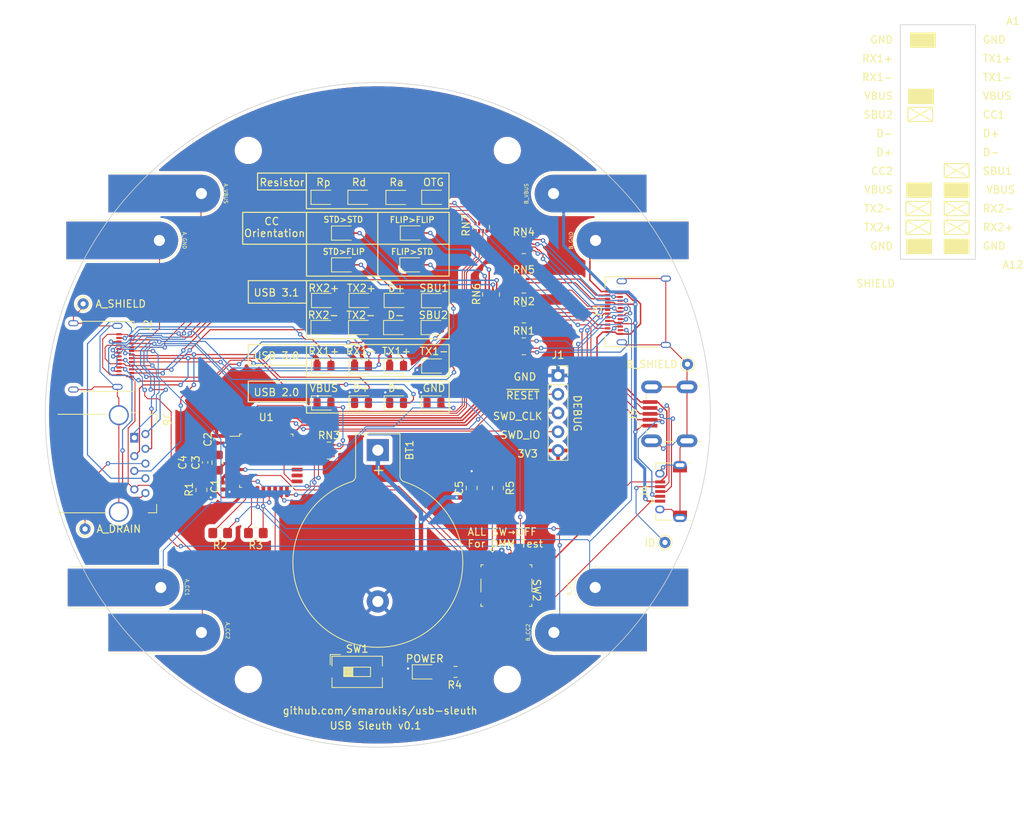
<source format=kicad_pcb>
(kicad_pcb (version 20221018) (generator pcbnew)
  (layers (0 "F.Cu" signal "Front") (31 "B.Cu" signal "Back") (34 "B.Paste" user) (35 "F.Paste" user) (36 "B.SilkS" user "B.Silkscreen") (37 "F.SilkS" user "F.Silkscreen") (38 "B.Mask" user) (39 "F.Mask" user) (44 "Edge.Cuts" user))
  (net 0 "")
  (net 1 "Net-(BT1-+)")
  (net 2 "GND")
  (net 3 "/A_SSRx2+")
  (net 4 "/A_SSRx1+")
  (net 5 "/A_SSRx1-")
  (net 6 "/A_SSTx2-")
  (net 7 "/A_SSTx2+")
  (net 8 "/A_SSTx1+")
  (net 9 "/A_D1+")
  (net 10 "/A_SSTx1-")
  (net 11 "Net-(D15-A)")
  (net 12 "Net-(D16-A)")
  (net 13 "Net-(D17-A)")
  (net 14 "Net-(D6-A)")
  (net 15 "Net-(D9-A)")
  (net 16 "Net-(D12-A)")
  (net 17 "/ID")
  (net 18 "Net-(D21-A)")
  (net 19 "/A_D2-")
  (net 20 "/A_VBUS")
  (net 21 "/A_GND")
  (net 22 "/A_DRAIN")
  (net 23 "/A_SHIELD")
  (net 24 "/B_VBUS_A4")
  (net 25 "/B_D1-")
  (net 26 "/B_D1+")
  (net 30 "VCC")
  (net 31 "/~{RESET}")
  (net 32 "/A_GND_SENS")
  (net 33 "/A_VBUS_SENS")
  (net 34 "/CC1_CTRL")
  (net 35 "/CC2_CTRL")
  (net 36 "/B_CC1_SENS")
  (net 37 "/B_CC2_SENS")
  (net 38 "/A_CC1")
  (net 39 "/A_CC2")
  (net 40 "/GND_LED")
  (net 41 "/VBUS_LED")
  (net 42 "Net-(D22-A)")
  (net 49 "/SWDIO")
  (net 50 "/SWCLK_BOOT0")
  (net 52 "Net-(D24-A)")
  (net 53 "/CC_Rp_LED")
  (net 54 "/CC_Rd_LED")
  (net 55 "/E_MARKER_LED")
  (net 56 "Net-(D25-A)")
  (net 57 "/B_SSRx1+")
  (net 58 "/B_SSRx1-")
  (net 59 "/B_SBU2")
  (net 60 "/B_D2-")
  (net 61 "/B_D2+")
  (net 62 "/B_SSTx2-")
  (net 63 "/B_SSTx2+")
  (net 64 "/B_SSRx2+")
  (net 65 "/B_SSRx2-")
  (net 66 "/B_SBU1")
  (net 67 "/CC_bb")
  (net 68 "/CC_ba")
  (net 69 "/CC_aa")
  (net 70 "/CC_ab")
  (net 71 "/A_D2+")
  (net 72 "/A_SBU2")
  (net 73 "/A_SSRx2-")
  (net 74 "/B_GND_A1")
  (net 75 "Net-(R5-Pad2)")
  (net 76 "/A_D1-")
  (net 77 "/A_SBU1")
  (net 82 "VDD")
  (net 83 "Net-(D1-A)")
  (net 86 "/B_SHIELD")
  (net 88 "/B_SSTx1+")
  (net 89 "/B_SSTx1-")
  (footprint "LED_SMD:LED_0805_2012Metric" (layer "F.Cu") (at 152.7325 94.996)
    (fp_text reference "D5" hide)
    (fp_text value "YLW")
  )
  (footprint "TestPoint:TestPoint_THTPad_D1.5mm_Drill0.7mm" (layer "F.Cu") (at 196.85 103.632)
    (fp_text reference "H8" hide)
    (fp_text value "B_SHIELD")
  )
  (footprint "01-UserLibary:Connector_Pad_Edge_Oval_5mm_Extended" (layer "F.Cu") (at 196.9 133.858 90)
    (fp_text reference "H1" hide)
    (fp_text value "B_CC1")
  )
  (footprint "LED_SMD:LED_0805_2012Metric" (layer "F.Cu") (at 162.4815 98.66)
    (fp_text reference "D19" hide)
    (fp_text value "YLW")
  )
  (footprint "Capacitor_SMD:C_0402_1005Metric" (layer "F.Cu") (at 131.572 116.92 90)
    (fp_text reference "C4")
    (fp_text value "100n")
  )
  (footprint "01-UserLibary:Connector_Pad_Edge_Oval_5mm_Extended" (layer "F.Cu") (at 113.03 133.858 -90)
    (fp_text reference "H4" hide)
    (fp_text value "A_CC1")
  )
  (footprint "01-UserLibary:USB_C_Receptacle_Amphenol_12401832E402A" (layer "F.Cu") (at 116.586 102.568 -90)
    (fp_text reference "J2")
    (fp_text value "USB_C_12401832E402A")
  )
  (footprint "01-UserLibary:Connector_Pad_Edge_Oval_5mm_Extended" (layer "F.Cu") (at 196.95 86.868 90)
    (fp_text reference "H7" hide)
    (fp_text value "B_GND")
  )
  (footprint "LED_SMD:LED_0805_2012Metric" (layer "F.Cu") (at 147.6525 103.872)
    (fp_text reference "D7" hide)
    (fp_text value "YLW")
  )
  (footprint "LED_SMD:LED_0805_2012Metric" (layer "F.Cu") (at 152.654 98.66)
    (fp_text reference "D3" hide)
    (fp_text value "YLW")
  )
  (footprint "LED_SMD:LED_0805_2012Metric" (layer "F.Cu") (at 147.6525 94.996)
    (fp_text reference "D4" hide)
    (fp_text value "YLW")
  )
  (footprint "TestPoint:TestPoint_THTPad_D1.5mm_Drill0.7mm" (layer "F.Cu") (at 193.802 127.762 180)
    (fp_text reference "H11" hide)
    (fp_text value "ID")
  )
  (footprint "LED_SMD:LED_0805_2012Metric" (layer "F.Cu") (at 162.56 103.872)
    (fp_text reference "D11" hide)
    (fp_text value "YLW")
  )
  (footprint "01-UserLibary:USB_C_Receptacle_Amphenol_12401832E402A" (layer "F.Cu") (at 191.07 96.52 90)
    (fp_text reference "J3")
    (fp_text value "USB_C_12401832E402A")
  )
  (footprint "MountingHole:MountingHole_3.2mm_M3_DIN965" (layer "F.Cu") (at 137.414 146.304)
    (fp_text reference "REF**" hide)
    (fp_text value "MountingHole_3.2mm_M3_DIN965")
  )
  (footprint "Connector_PinSocket_2.54mm:PinSocket_1x05_P2.54mm_Vertical" (layer "F.Cu") (at 179.324 105.156)
    (fp_text reference "J1")
    (fp_text value "Conn_1x05")
  )
  (footprint "LED_SMD:LED_0805_2012Metric" (layer "F.Cu") (at 152.7325 108.872)
    (fp_text reference "D13" hide)
    (fp_text value "YLW")
  )
  (footprint "01-UserLibary:USB_Mini-B_Korean-Hroparts_U-M-M5DD-W-1_SMD-5-4MP" (layer "F.Cu") (at 191.78 110.351 180)
    (fp_text reference "J5")
    (fp_text value "USB_Mini-B_U-M-M5DD-W-1")
  )
  (footprint "LED_SMD:LED_0805_2012Metric" (layer "F.Cu") (at 147.574 81.026)
    (fp_text reference "D21" hide)
    (fp_text value "YLW")
  )
  (footprint "Battery:BatteryHolder_Keystone_103_1x20mm" (layer "F.Cu") (at 154.940001 115.2652 -90)
    (fp_text reference "BT1")
    (fp_text value "CR2032")
  )
  (footprint "Resistor_SMD:R_Array_Concave_4x0402" (layer "F.Cu") (at 168.906 85.082 -90)
    (fp_text reference "RN7")
    (fp_text value "1K")
  )
  (footprint "LED_SMD:LED_0805_2012Metric" (layer "F.Cu") (at 157.4015 98.66)
    (fp_text reference "D20" hide)
    (fp_text value "YLW")
  )
  (footprint "Resistor_SMD:R_0805_2012Metric_Pad1.20x1.40mm_HandSolder" (layer "F.Cu") (at 165.4556 145.288 180)
    (fp_text reference "R4")
    (fp_text value "1K")
  )
  (footprint "01-UserLibary:USB_Micro-B_Kinghelm-KH-MICRO5P-JN" (layer "F.Cu") (at 195.834 120.866 90)
    (fp_text reference "J4")
    (fp_text value "USB_Micro-B_KH-MICRO5P-JN")
  )
  (footprint "LED_SMD:LED_0805_2012Metric" (layer "F.Cu") (at 157.48 108.872)
    (fp_text reference "D18" hide)
    (fp_text value "YLW")
  )
  (footprint "Resistor_SMD:R_Array_Concave_4x0402" (layer "F.Cu") (at 174.7 96.896 180)
    (fp_text reference "RN2")
    (fp_text value "1K")
  )
  (footprint "Resistor_SMD:R_0805_2012Metric_Pad1.20x1.40mm_HandSolder" (layer "F.Cu") (at 138.43 126.492)
    (fp_text reference "R3")
    (fp_text value "10k")
  )
  (footprint "01-UserLibary:Connector_Pad_Edge_Oval_5mm_Extended" (layer "F.Cu") (at 191.308 139.954 90)
    (fp_text reference "H2" hide)
    (fp_text value "B_CC2")
  )
  (footprint "MountingHole:MountingHole_3.2mm_M3_DIN965" (layer "F.Cu") (at 172.466 146.304)
    (fp_text reference "REF**" hide)
    (fp_text value "MountingHole_3.2mm_M3_DIN965")
  )
  (footprint "Capacitor_SMD:C_0805_2012Metric_Pad1.18x1.45mm_HandSolder" (layer "F.Cu") (at 167.64 120.396 90)
    (fp_text reference "C5")
    (fp_text value "1uF")
  )
  (footprint "TestPoint:TestPoint_THTPad_D1.5mm_Drill0.7mm" (layer "F.Cu") (at 115.062 95.456)
    (fp_text reference "H6" hide)
    (fp_text value "A_SHIELD")
  )
  (footprint "LED_SMD:LED_0805_2012Metric" (layer "F.Cu") (at 157.48 94.996)
    (fp_text reference "D23" hide)
    (fp_text value "YLW")
  )
  (footprint "01-UserLibary:Connector_Pad_Edge_Oval_5mm_Extended" (layer "F.Cu") (at 118.524 139.954 -90)
    (fp_text reference "H5" hide)
    (fp_text value "A_CC2")
  )
  (footprint "Resistor_SMD:R_Array_Concave_4x0402" (layer "F.Cu") (at 174.7 92.848 180)
    (fp_text reference "RN5")
    (fp_text value "1K")
  )
  (footprint "MountingHole:MountingHole_3.2mm_M3_DIN965" (layer "F.Cu") (at 137.414 74.676)
    (fp_text reference "REF**" hide)
    (fp_text value "MountingHole_3.2mm_M3_DIN965" hide)
  )
  (footprint "LED_SMD:LED_0805_2012Metric" (layer "F.Cu") (at 162.56 81.026)
    (fp_text reference "D25" hide)
    (fp_text value "YLW")
  )
  (footprint "LED_SMD:LED_0805_2012Metric" (layer "F.Cu") (at 161.29 145.288)
    (fp_text reference "D1" hide)
    (fp_text value "YLW")
  )
  (footprint "Package_QFP:LQFP-32_7x7mm_P0.8mm" (layer "F.Cu") (at 139.843 116.694)
    (fp_text reference "U1")
    (fp_text value "STM32C031K6Tx")
  )
  (footprint "01-UserLibary:Connector_Pad_Edge_Oval_5mm_Extended" (layer "F.Cu") (at 112.836 86.868 -90)
    (fp_text reference "H9" hide)
    (fp_text value "A_GND")
  )
  (footprint "LED_SMD:LED_0805_2012Metric" (layer "F.Cu") (at 147.6525 108.872)
    (fp_text reference "D9" hide)
    (fp_text value "YLW")
  )
  (footprint "Resistor_SMD:R_0805_2012Metric_Pad1.20x1.40mm_HandSolder" (layer "F.Cu") (at 131.064 120.65 -90)
    (fp_text reference "R1")
    (fp_text value "10k")
  )
  (footprint "LED_SMD:LED_0805_2012Metric" (layer "F.Cu") (at 162.54 108.872)
    (fp_text reference "D6" hide)
    (fp_text value "YLW")
  )
  (footprint "01-UserLibary:Connector_Pad_Edge_Oval_5mm_Extended" (layer "F.Cu") (at 118.524 80.518 -90)
    (fp_text reference "H10" hide)
    (fp_text value "A_VBUS")
  )
  (footprint "Resistor_SMD:R_Array_Concave_4x0402" (layer "F.Cu") (at 174.7 87.51)
    (fp_text reference "RN4")
    (fp_text value "1K")
  )
  (footprint "LED_SMD:LED_0805_2012Metric" (layer "F.Cu") (at 159.6065 90.17)
    (fp_text reference "D17" hide)
    (fp_text value "YLW")
  )
  (footprint "Resistor_SMD:R_0805_2012Metric_Pad1.20x1.40mm_HandSolder" (layer "F.Cu") (at 133.604 126.492)
    (fp_text reference "R2")
    (fp_text value "10k")
  )
  (footprint "LED_SMD:LED_0805_2012Metric" (layer "F.Cu") (at 159.6675 85.852)
    (fp_text reference "D16" hide)
    (fp_text value "YLW")
  )
  (footprint "01-UserLibary:SW-DIP-4P_P1.27mm_SMD-2x4" (layer "F.Cu") (at 172.339 133.604)
    (fp_text reference "SW2")
    (fp_text value "ZX-1.27BM-4PSMD")
  )
  (footprint "Capacitor_SMD:C_0805_2012Metric_Pad1.18x1.45mm_HandSolder" (layer "F.Cu") (at 133.239 116.948 90)
    (fp_text reference "C3")
    (fp_text value "4u7")
  )
  (footprint "LED_SMD:LED_0805_2012Metric" (layer "F.Cu") (at 157.714 81.044)
    (fp_text reference "D24" hide)
    (fp_text value "YLW")
  )
  (footprint "LED_SMD:LED_0805_2012Metric" (layer "F.Cu") (at 152.7325 103.872)
    (fp_text reference "D10" hide)
    (fp_text value "YLW")
  )
  (footprint "Capacitor_SMD:C_0402_1005Metric" (layer "F.Cu") (at 133.9284 120.114 -90)
    (fp_text reference "C1")
    (fp_text value "100n")
  )
  (footprint "Capacitor_SMD:C_0402_1005Metric" (layer "F.Cu") (at 133.096 113.82 90)
    (fp_text reference "C2")
    (fp_text value "100n")
  )
  (footprint "LED_SMD:LED_0805_2012Metric" (layer "F.Cu") (at 162.54 95.014)
    (fp_text reference "D14" hide)
    (fp_text value "YLW")
  )
  (footprint "MountingHole:MountingHole_3.2mm_M3_DIN965" (layer "F.Cu") (at 172.466 74.676)
    (fp_text reference "REF**" hide)
    (fp_text value "MountingHole_3.2mm_M3_DIN965")
  )
  (footprint "01-UserLibary:Connector_Pad_Edge_Oval_5mm_Extended" (layer "F.Cu") (at 191.258 80.518 90)
    (fp_text reference "H3" hide)
    (fp_text value "B_VBUS")
  )
  (footprint "LED_SMD:LED_0805_2012Metric" (layer "F.Cu") (at 147.574 98.66)
    (fp_text reference "D2" hide)
    (fp_text value "YLW")
  )
  (footprint "Button_Switch_SMD:SW_DIP_SPSTx01_Slide_6.7x4.1mm_W8.61mm_P2.54mm_LowProfile" (layer "F.Cu") (at 152.146 145.288)
    (fp_text reference "SW1")
    (fp_text value "SW_SPDT")
  )
  (footprint "LED_SMD:LED_0805_2012Metric" (layer "F.Cu") (at 150.36 90.17)
    (fp_text reference "D15" hide)
    (fp_text value "YLW")
  )
  (footprint "Resistor_SMD:R_Array_Concave_4x0402" (layer "F.Cu") (at 174.7 101.21)
    (fp_text reference "RN1")
    (fp_text value "1K")
  )
  (footprint "Resistor_SMD:R_Array_Concave_4x0402" (layer "F.Cu") (at 170.26 94.18 -90)
    (fp_text reference "RN6")
    (fp_text value "1K")
  )
  (footprint "TestPoint:TestPoint_THTPad_D1.5mm_Drill0.7mm" (layer "F.Cu") (at 115.316 125.936 90)
    (fp_text reference "H12" hide)
    (fp_text value "A_DRAIN")
  )
  (footprint "01-UserLibary:USB3_A_Hong-Cheng_HC-USB3.0-L168-WP_THT-9-2MP_P2.0mm" (layer "F.Cu") (at 123.488 117.078 -90)
    (fp_text reference "J6")
    (fp_text value "USB3_A_HC-USB3.0-L168-WP")
  )
  (footprint "LED_SMD:LED_0805_2012Metric" (layer "F.Cu") (at 152.569333 81.026)
    (fp_text reference "D22" hide)
    (fp_text value "YLW")
  )
  (footprint "LED_SMD:LED_0805_2012Metric" (layer "F.Cu") (at 150.348 85.87)
    (fp_text reference "D12" hide)
    (fp_text value "YLW")
  )
  (footprint "LED_SMD:LED_0805_2012Metric" (layer "F.Cu") (at 157.48 103.872)
    (fp_text reference "D8" hide)
    (fp_text value "YLW")
  )
  (footprint "Resistor_SMD:R_Array_Concave_4x0402" (layer "F.Cu") (at 148.336 115.316 180)
    (fp_text reference "RN3")
    (fp_text value "1K")
  )
  (footprint "Resistor_SMD:R_0805_2012Metric_Pad1.20x1.40mm_HandSolder" (layer "F.Cu") (at 171.196 120.396 -90)
    (fp_text reference "R5")
    (fp_text value "2K")
  )
  (gr_rect (start 231.6 81.5875) (end 234.95 83.5125) (stroke (width 0.15)) (fill none) (layer "F.SilkS"))
  (gr_rect (start 226.417 81.5875) (end 229.767 83.5125) (stroke (width 0.15)) (fill none) (layer "F.SilkS"))
  (gr_rect (start 137.414 100.965) (end 145.288 103.759) (stroke (width 0.1524)) (fill none) (layer "F.SilkS"))
  (gr_rect (start 231.6 84.1325) (end 234.95 86.0575) (stroke (width 0.15)) (fill none) (layer "F.SilkS"))
  (gr_line (start 230.006 68.8465) (end 226.696 70.7265) (stroke (width 0.15)) (layer "F.SilkS"))
  (gr_rect (start 145.288 105.918) (end 164.592 110.236) (stroke (width 0.15)) (fill none) (layer "F.SilkS"))
  (gr_line (start 234.935 84.145) (end 231.625 86.025) (stroke (width 0.15)) (layer "F.SilkS"))
  (gr_line (start 229.752 81.6) (end 226.442 83.48) (stroke (width 0.15)) (layer "F.SilkS"))
  (gr_rect (start 136.652 83.058) (end 145.288 87.376) (stroke (width 0.1524)) (fill none) (layer "F.SilkS"))
  (gr_rect (start 231.6 79.101) (end 234.95 81.026) (stroke (width 0.15)) (fill solid) (layer "F.SilkS"))
  (gr_line (start 226.696 68.8565) (end 230.006 70.7265) (stroke (width 0.15)) (layer "F.SilkS"))
  (gr_line (start 231.625 84.155) (end 234.935 86.025) (stroke (width 0.15)) (layer "F.SilkS"))
  (gr_rect (start 145.288 92.31) (end 164.592 100.184) (stroke (width 0.15)) (fill none) (layer "F.SilkS"))
  (gr_line (start 154.94 83.058) (end 154.94 91.694) (stroke (width 0.15)) (layer "F.SilkS"))
  (gr_rect (start 138.664 77.742) (end 145.268 80.028) (stroke (width 0.1524)) (fill none) (layer "F.SilkS"))
  (gr_rect (start 231.6 76.454) (end 234.95 78.379) (stroke (width 0.15)) (fill none) (layer "F.SilkS"))
  (gr_rect (start 227.028 58.781) (end 230.378 60.706) (stroke (width 0.15)) (fill solid) (layer "F.SilkS"))
  (gr_line (start 231.625 76.4765) (end 234.935 78.3465) (stroke (width 0.15)) (layer "F.SilkS"))
  (gr_rect (start 226.52 79.101) (end 229.87 81.026) (stroke (width 0.15)) (fill solid) (layer "F.SilkS"))
  (gr_line (start 226.442 81.61) (end 229.752 83.48) (stroke (width 0.15)) (layer "F.SilkS"))
  (gr_rect (start 145.288 100.965) (end 164.592 105.283) (stroke (width 0.15)) (fill none) (layer "F.SilkS"))
  (gr_rect (start 226.671 68.834) (end 230.021 70.759) (stroke (width 0.15)) (fill none) (layer "F.SilkS"))
  (gr_rect (start 231.6 86.721) (end 234.95 88.646) (stroke (width 0.15)) (fill solid) (layer "F.SilkS"))
  (gr_rect (start 145.268 77.742) (end 164.572 82.568) (stroke (width 0.15)) (fill none) (layer "F.SilkS"))
  (gr_line (start 231.625 81.61) (end 234.935 83.48) (stroke (width 0.15)) (layer "F.SilkS"))
  (gr_line (start 226.442 84.155) (end 229.752 86.025) (stroke (width 0.15)) (layer "F.SilkS"))
  (gr_line (start 234.935 76.4665) (end 231.625 78.3465) (stroke (width 0.15)) (layer "F.SilkS"))
  (gr_rect (start 137.414 92.31) (end 145.288 95.358) (stroke (width 0.1524)) (fill none) (layer "F.SilkS"))
  (gr_rect (start 226.53 86.721) (end 229.88 88.646) (stroke (width 0.15)) (fill solid) (layer "F.SilkS"))
  (gr_rect (start 226.774 66.401) (end 230.124 68.326) (stroke (width 0.15)) (fill solid) (layer "F.SilkS"))
  (gr_line (start 234.935 81.6) (end 231.625 83.48) (stroke (width 0.15)) (layer "F.SilkS"))
  (gr_line (start 229.752 84.145) (end 226.442 86.025) (stroke (width 0.15)) (layer "F.SilkS"))
  (gr_rect (start 226.417 84.1325) (end 229.767 86.0575) (stroke (width 0.15)) (fill none) (layer "F.SilkS"))
  (gr_rect (start 137.414 105.918) (end 145.288 108.712) (stroke (width 0.1524)) (fill none) (layer "F.SilkS"))
  (gr_rect (start 145.288 83.058) (end 164.592 91.694) (stroke (width 0.15)) (fill none) (layer "F.SilkS"))
  (gr_line (start 145.288 87.376) (end 164.592 87.376) (stroke (width 0.15)) (layer "F.SilkS"))
  (gr_rect (start 225.655 57.658) (end 235.815 89.408) (stroke (width 0.1)) (fill none) (layer "Edge.Cuts"))
  (gr_circle (center 154.94 110.49) (end 199.94 110.49) (stroke (width 0.1)) (fill none) (layer "Edge.Cuts"))
  (gr_text "VBUS" (at 222.710238 67.31) (layer "F.SilkS") (effects (font (size 1 1))))
  (gr_text "D-" (at 157.46 106.872) (layer "F.SilkS") (effects (font (size 1 1))))
  (gr_text "3V3" (at 173.736 116.332) (layer "F.SilkS") (effects (font (size 1 1)) (justify left bottom)))
  (gr_text "POWER" (at 161.29 143.51) (layer "F.SilkS") (effects (font (size 1 1))))
  (gr_text "CC1" (at 238.307381 69.85) (layer "F.SilkS") (effects (font (size 1 1))))
  (gr_text "RX2+" (at 238.902619 85.09) (layer "F.SilkS") (effects (font (size 1 1))))
  (gr_text "D-" (at 237.950238 74.93) (layer "F.SilkS") (effects (font (size 1 1))))
  (gr_text "D+" (at 157.46 93.326) (layer "F.SilkS") (effects (font (size 1 1))))
  (gr_text "SBU1" (at 162.54 93.326) (layer "F.SilkS") (effects (font (size 1 1))))
  (gr_text "SWD_IO" (at 171.45 113.792) (layer "F.SilkS") (effects (font (size 1 1)) (justify left bottom)))
  (gr_text "ALL SW→OFF\nFor DMM Test" (at 167.005 128.524) (layer "F.SilkS") (effects (font (size 1 1)) (justify left bottom)))
  (gr_text "RX2+" (at 147.6325 93.326) (layer "F.SilkS") (effects (font (size 1 1))))
  (gr_text "USB 3.0" (at 141.224 102.489) (layer "F.SilkS") (effects (font (size 1 1))))
  (gr_text "FLIP>FLIP" (at 159.5865 84.074) (layer "F.SilkS") (effects (font (size 0.8 0.8))))
  (gr_text "RX1-" (at 152.7125 101.872) (layer "F.SilkS") (effects (font (size 1 1))))
  (gr_text "USB 2.0" (at 141.224 107.442) (layer "F.SilkS") (effects (font (size 1 1))))
  (gr_text "GND" (at 238.355 87.63) (layer "F.SilkS") (effects (font (size 1 1))))
  (gr_text "USB Sleuth v0.1" (at 148.336 153.162) (layer "F.SilkS") (effects (font (size 1 1)) (justify left bottom)))
  (gr_text "OTG" (at 162.4815 78.994) (layer "F.SilkS") (effects (font (size 1 1))))
  (gr_text "D-" (at 223.519762 72.39) (layer "F.SilkS") (effects (font (size 1 1))))
  (gr_text "GND" (at 223.115 87.63) (layer "F.SilkS") (effects (font (size 1 1))))
  (gr_text "CC \nOrientation" (at 140.97 85.09) (layer "F.SilkS") (effects (font (size 1 1))))
  (gr_text "GND" (at 173.228 105.918) (layer "F.SilkS") (effects (font (size 1 1)) (justify left bottom)))
  (gr_text "TX1-" (at 162.54 101.872) (layer "F.SilkS") (effects (font (size 1 1))))
  (gr_text "VBUS" (at 222.710238 80.01) (layer "F.SilkS") (effects (font (size 1 1))))
  (gr_text "TX2-" (at 152.634 96.98) (layer "F.SilkS") (effects (font (size 1 1))))
  (gr_text "STD>FLIP" (at 150.34 88.392) (layer "F.SilkS") (effects (font (size 0.8 0.8))))
  (gr_text "TX1+" (at 157.46 101.872) (layer "F.SilkS") (effects (font (size 1 1))))
  (gr_text "TX1-" (at 238.783572 64.77) (layer "F.SilkS") (effects (font (size 1 1))))
  (gr_text "Resistor" (at 141.966 79.012) (layer "F.SilkS") (effects (font (size 1 1))))
  (gr_text "Ra" (at 157.48 78.994) (layer "F.SilkS") (effects (font (size 1 1))))
  (gr_text "SBU2" (at 222.662619 69.85) (layer "F.SilkS") (effects (font (size 1 1))))
  (gr_text "A1" (at 240.895 57.15) (layer "F.SilkS") (effects (font (size 1 1))))
  (gr_text "STD>STD" (at 150.2695 84.038) (layer "F.SilkS") (effects (font (size 0.8 0.8))))
  (gr_text "~{RESET}" (at 172.212 108.458) (layer "F.SilkS") (effects (font (size 1 1)) (justify left bottom)))
  (gr_text "SWD_CLK" (at 170.434 111.252) (layer "F.SilkS") (effects (font (size 1 1)) (justify left bottom)))
  (gr_text "TX2+" (at 152.7125 93.326) (layer "F.SilkS") (effects (font (size 1 1))))
  (gr_text "SBU2" (at 162.4615 96.98) (layer "F.SilkS") (effects (font (size 1 1))))
  (gr_text "D+" (at 237.950238 72.39) (layer "F.SilkS") (effects (font (size 1 1))))
  (gr_text "RX2-" (at 238.902619 82.55) (layer "F.SilkS") (effects (font (size 1 1))))
  (gr_text "SBU1" (at 238.807381 77.47) (layer "F.SilkS") (effects (font (size 1 1))))
  (gr_text "GND" (at 238.355 59.69) (layer "F.SilkS") (effects (font (size 1 1))))
  (gr_text "CC2" (at 223.162619 77.47) (layer "F.SilkS") (effects (font (size 1 1))))
  (gr_text "GND" (at 223.115 59.69) (layer "F.SilkS") (effects (font (size 1 1))))
  (gr_text "RX1-" (at 222.567381 64.77) (layer "F.SilkS") (effects (font (size 1 1))))
  (gr_text "TX2+" (at 222.686429 85.09) (layer "F.SilkS") (effects (font (size 1 1))))
  (gr_text "TX1+" (at 238.783572 62.23) (layer "F.SilkS") (effects (font (size 1 1))))
  (gr_text "VBUS" (at 147.6325 106.872) (layer "F.SilkS") (effects (font (size 1 1))))
  (gr_text "RX2-" (at 147.554 96.98) (layer "F.SilkS") (effects (font (size 1 1))))
  (gr_text "A12" (at 240.895 90.17) (layer "F.SilkS") (effects (font (size 1 1))))
  (gr_text "D-" (at 157.3815 96.98) (layer "F.SilkS") (effects (font (size 1 1))))
  (gr_text "github.com/smaroukis/usb-sleuth" (at 141.986 151.13) (layer "F.SilkS") (effects (font (size 1 1)) (justify left bottom)))
  (gr_text "USB 3.1" (at 141.224 93.942) (layer "F.SilkS") (effects (font (size 1 1))))
  (gr_text "VBUS" (at 238.759762 67.31) (layer "F.SilkS") (effects (font (size 1 1))))
  (gr_text "VBUS" (at 239.235953 80.01) (layer "F.SilkS") (effects (font (size 1 1))))
  (gr_text "RX1+" (at 222.567381 62.23) (layer "F.SilkS") (effects (font (size 1 1))))
  (gr_text "D+" (at 152.7125 106.872) (layer "F.SilkS") (effects (font (size 1 1))))
  (gr_text "SHIELD" (at 222.320025 92.71) (layer "F.SilkS") (effects (font (size 1 1))))
  (gr_text "Rp" (at 147.574 78.994) (layer "F.SilkS") (effects (font (size 1 1))))
  (gr_text "GND" (at 162.54 106.872) (layer "F.SilkS") (effects (font (size 1 1))))
  (gr_text "DEBUG" (at 181.356 107.696 -90) (layer "F.SilkS") (effects (font (size 1 1)) (justify left bottom)))
  (gr_text "Rd" (at 152.4 78.994) (layer "F.SilkS") (effects (font (size 1 1))))
  (gr_text "D+" (at 223.519762 74.93) (layer "F.SilkS") (effects (font (size 1 1))))
  (gr_text "RX1+" (at 147.6325 101.872) (layer "F.SilkS") (effects (font (size 1 1))))
  (gr_text "TX2-" (at 222.686429 82.55) (layer "F.SilkS") (effects (font (size 1 1))))
  (gr_text "FLIP>STD" (at 159.5865 88.392) (layer "F.SilkS") (effects (font (size 0.8 0.8))))
  (segment (start 156.451 143.015) (end 160.782 138.684) (width 0.6) (layer "F.Cu") (net 1))
  (segment (start 165.608 121.666) (end 167.4075 121.666) (width 0.6) (layer "F.Cu") (net 1))
  (segment (start 160.782 138.684) (end 160.782 124.968) (width 0.6) (layer "F.Cu") (net 1))
  (segment (start 156.451 145.288) (end 156.451 143.015) (width 0.6) (layer "F.Cu") (net 1))
  (segment (start 167.4075 121.666) (end 167.64 121.4335) (width 0.6) (layer "F.Cu") (net 1))
  (via (at 160.782 124.968) (size 0.6) (drill 0.3) (layers "F.Cu" "B.Cu") (net 1))
  (via (at 165.608 121.666) (size 0.6) (drill 0.3) (layers "F.Cu" "B.Cu") (net 1))
  (segment (start 162.687 123.063) (end 164.084 121.666) (width 0.6) (layer "B.Cu") (net 1))
  (segment (start 160.782 124.968) (end 160.782 123.698) (width 0.6) (layer "B.Cu") (net 1))
  (segment (start 154.940001 117.856001) (end 154.940001 115.2652) (width 0.6) (layer "B.Cu") (net 1))
  (segment (start 160.782 124.968) (end 162.687 123.063) (width 0.6) (layer "B.Cu") (net 1))
  (segment (start 160.782 123.698) (end 154.940001 117.856001) (width 0.6) (layer "B.Cu") (net 1))
  (segment (start 164.084 121.666) (end 165.608 121.666) (width 0.6) (layer "B.Cu") (net 1))
  (segment (start 146.715 103.872) (end 146.715 102.8751) (width 0.6) (layer "F.Cu") (net 2))
  (segment (start 161.6025 108.2625) (end 161.6025 108.872) (width 0.6) (layer "F.Cu") (net 2))
  (segment (start 151.795 108.107) (end 151.13 107.442) (width 0.6) (layer "F.Cu") (net 2))
  (segment (start 133.096 114.3) (end 134.0416 114.3) (width 0.4) (layer "F.Cu") (net 2))
  (segment (start 156.5425 108.872) (end 156.5425 108.0285) (width 0.6) (layer "F.Cu") (net 2))
  (segment (start 161.6225 103.872) (end 160.796 103.872) (width 0.6) (layer "F.Cu") (net 2))
  (segment (start 134.564 120.594) (end 134.874 120.904) (width 0.4) (layer "F.Cu") (net 2))
  (segment (start 171.704 129.794) (end 171.704 128.86) (width 0.5) (layer "F.Cu") (net 2))
  (segment (start 146.812 107.95) (end 146.715 108.047) (width 0.6) (layer "F.Cu") (net 2))
  (segment (start 151.795 103.872) (end 151.795 102.8751) (width 0.6) (layer "F.Cu") (net 2))
  (segment (start 132.2095 117.9855) (end 133.239 117.9855) (width 0.4) (layer "F.Cu") (net 2))
  (segment (start 160.782 107.442) (end 161.6025 108.2625) (width 0.6) (layer "F.Cu") (net 2))
  (segment (start 159.478 145.288) (end 159.03 144.84) (width 0.5) (layer "F.Cu") (net 2))
  (segment (start 134.1305 117.094) (end 135.668 117.094) (width 0.4) (layer "F.Cu") (net 2))
  (segment (start 131.624 117.4) (end 132.2095 117.9855) (width 0.4) (layer "F.Cu") (net 2))
  (segment (start 156.5425 103.872) (end 156.5425 102.5426) (width 0.6) (layer "F.Cu") (net 2))
  (segment (start 146.715 108.047) (end 146.715 108.872) (width 0.6) (layer "F.Cu") (net 2))
  (segment (start 133.9284 120.594) (end 134.564 120.594) (width 0.4) (layer "F.Cu") (net 2))
  (segment (start 134.0416 114.3) (end 134.2956 114.554) (width 0.4) (layer "F.Cu") (net 2))
  (segment (start 167.64 119.3585) (end 167.64 118.11) (width 0.5) (layer "F.Cu") (net 2))
  (segment (start 151.795 102.8751) (end 151.13 102.2101) (width 0.6) (layer "F.Cu") (net 2))
  (segment (start 160.796 103.872) (end 160.274 104.394) (width 0.6) (layer "F.Cu") (net 2))
  (segment (start 131.08 121.65) (end 131.318 121.412) (width 0.6) (layer "F.Cu") (net 2))
  (segment (start 131.572 117.4) (end 131.624 117.4) (width 0.2) (layer "F.Cu") (net 2))
  (segment (start 160.3525 145.288) (end 159.478 145.288) (width 0.5) (layer "F.Cu") (net 2))
  (segment (start 133.239 117.9855) (end 134.1305 117.094) (width 0.4) (layer "F.Cu") (net 2))
  (segment (start 156.5425 102.5426) (end 156.21 102.2101) (width 0.6) (layer "F.Cu") (net 2))
  (segment (start 156.5425 108.0285) (end 155.956 107.442) (width 0.6) (layer "F.Cu") (net 2))
  (segment (start 131.064 121.65) (end 132.318 121.65) (width 0.6) (layer "F.Cu") (net 2))
  (segment (start 151.795 108.872) (end 151.795 108.107) (width 0.6) (layer "F.Cu") (net 2))
  (segment (start 146.715 102.8751) (end 146.05 102.2101) (width 0.6) (layer "F.Cu") (net 2))
  (segment (start 132.318 121.65) (end 132.334 121.666) (width 0.6) (layer "F.Cu") (net 2))
  (via (at 160.274 104.394) (size 0.8) (drill 0.3) (layers "F.Cu" "B.Cu") (net 2))
  (via (at 151.13 102.2101) (size 0.8) (drill 0.3) (layers "F.Cu" "B.Cu") (net 2))
  (via (at 134.874 120.904) (size 0.8) (drill 0.3) (layers "F.Cu" "B.Cu") (net 2))
  (via (at 134.2956 114.554) (size 0.8) (drill 0.3) (layers "F.Cu" "B.Cu") (net 2))
  (via (at 146.05 102.2101) (size 0.8) (drill 0.3) (layers "F.Cu" "B.Cu") (net 2))
  (via (at 155.956 107.442) (size 0.8) (drill 0.3) (layers "F.Cu" "B.Cu") (net 2))
  (via (at 156.21 102.2101) (size 0.8) (drill 0.3) (layers "F.Cu" "B.Cu") (net 2))
  (via (at 159.03 144.84) (size 0.8) (drill 0.3) (layers "F.Cu" "B.Cu") (net 2))
  (via (at 160.782 107.442) (size 0.8) (drill 0.3) (layers "F.Cu" "B.Cu") (net 2))
  (via (at 132.334 121.666) (size 0.8) (drill 0.3) (layers "F.Cu" "B.Cu") (net 2))
  (via (at 146.812 107.95) (size 0.8) (drill 0.3) (layers "F.Cu" "B.Cu") (net 2))
  (via (at 151.13 107.442) (size 0.8) (drill 0.3) (layers "F.Cu" "B.Cu") (net 2))
  (via (at 171.704 128.86) (size 0.8) (drill 0.3) (layers "F.Cu" "B.Cu") (net 2))
  (via (at 167.64 118.11) (size 0.8) (drill 0.3) (layers "F.Cu" "B.Cu") (net 2))
  (segment (start 128.6256 101.6762) (end 132.8674 97.4344) (width 0.1524) (layer "F.Cu") (net 3))
  (segment (start 132.8674 97.4344) (end 146.1516 97.4344) (width 0.1524) (layer "F.Cu") (net 3))
  (segment (start 128.6256 101.7524) (end 128.6256 101.6762) (width 0.1524) (layer "F.Cu") (net 3))
  (segment (start 125.787951 104.818) (end 121.606 104.818) (width 0.1524) (layer "F.Cu") (net 3))
  (segment (start 146.1516 97.4344) (end 148.59 94.996) (width 0.1524) (layer "F.Cu") (net 3))
  (segment (start 125.832362 104.862411) (end 125.787951 104.818) (width 0.1524) (layer "F.Cu") (net 3))
  (via (at 128.6256 101.7524) (size 0.6) (drill 0.3) (layers "F.Cu" "B.Cu") (net 3))
  (via (at 125.832362 104.862411) (size 0.6) (drill 0.3) (layers "F.Cu" "B.Cu") (net 3))
  (segment (start 128.6256 101.9048) (end 128.6256 101.7524) (width 0.1524) (layer "B.Cu") (net 3))
  (segment (start 125.832362 104.698038) (end 128.6256 101.9048) (width 0.1524) (layer "B.Cu") (net 3))
  (segment (start 125.832362 104.862411) (end 125.832362 104.698038) (width 0.1524) (layer "B.Cu") (net 3))
  (segment (start 148.59 102.7684) (end 148.59 103.872) (width 0.1524) (layer "F.Cu") (net 4))
  (segment (start 144.4244 99.568) (end 145.1102 100.2538) (width 0.1524) (layer "F.Cu") (net 4))
  (segment (start 119.9345 100.0965) (end 119.906 100.068) (width 0.1524) (layer "F.Cu") (net 4))
  (segment (start 145.1102 100.2538) (end 146.0754 100.2538) (width 0.1524) (layer "F.Cu") (net 4))
  (segment (start 146.0754 100.2538) (end 148.59 102.7684) (width 0.1524) (layer "F.Cu") (net 4))
  (segment (start 120.7008 100.0965) (end 119.9345 100.0965) (width 0.1524) (layer "F.Cu") (net 4))
  (via (at 120.7008 100.0965) (size 0.6) (drill 0.3) (layers "F.Cu" "B.Cu") (net 4))
  (via (at 144.4244 99.568) (size 0.6) (drill 0.3) (layers "F.Cu" "B.Cu") (net 4))
  (segment (start 115.6462 115.9002) (end 118.824 119.078) (width 0.1524) (layer "B.Cu") (net 4))
  (segment (start 118.6748 97.8348) (end 115.6462 100.8634) (width 0.1524) (layer "B.Cu") (net 4))
  (segment (start 120.7008 100.0965) (end 120.8581 100.0965) (width 0.1524) (layer "B.Cu") (net 4))
  (segment (start 118.824 119.078) (end 123.488 119.078) (width 0.1524) (layer "B.Cu") (net 4))
  (segment (start 120.8581 100.0965) (end 121.5972 99.3574) (width 0.1524) (layer "B.Cu") (net 4))
  (segment (start 122.3772 98.5774) (end 121.5972 99.3574) (width 0.1524) (layer "B.Cu") (net 4))
  (segment (start 143.4338 98.5774) (end 122.3772 98.5774) (width 0.1524) (layer "B.Cu") (net 4))
  (segment (start 115.6462 100.8634) (end 115.6462 115.9002) (width 0.1524) (layer "B.Cu") (net 4))
  (segment (start 121.5972 99.3574) (end 121.5972 98.698264) (width 0.1524) (layer "B.Cu") (net 4))
  (segment (start 121.5972 98.698264) (end 120.733736 97.8348) (width 0.1524) (layer "B.Cu") (net 4))
  (segment (start 120.733736 97.8348) (end 118.6748 97.8348) (width 0.1524) (layer "B.Cu") (net 4))
  (segment (start 144.4244 99.568) (end 143.4338 98.5774) (width 0.1524) (layer "B.Cu") (net 4))
  (segment (start 153.7208 102.2096) (end 153.7208 103.8212) (width 0.1524) (layer "F.Cu") (net 5))
  (segment (start 153.7208 103.8212) (end 153.67 103.872) (width 0.1524) (layer "F.Cu") (net 5))
  (segment (start 121.412 121.666) (end 122.9 121.666) (width 0.1524) (layer "F.Cu") (net 5))
  (segment (start 122.9 121.666) (end 123.488 121.078) (width 0.1524) (layer "F.Cu") (net 5))
  (segment (start 118.8212 100.578) (end 118.8312 100.568) (width 0.1524) (layer "F.Cu") (net 5))
  (segment (start 118.8312 100.568) (end 119.906 100.568) (width 0.1524) (layer "F.Cu") (net 5))
  (segment (start 120.396 115.316) (end 120.396 120.65) (width 0.1524) (layer "F.Cu") (net 5))
  (segment (start 120.396 120.65) (end 121.412 121.666) (width 0.1524) (layer "F.Cu") (net 5))
  (via (at 118.8212 100.578) (size 0.6) (drill 0.3) (layers "F.Cu" "B.Cu") (net 5))
  (via (at 153.7208 102.2096) (size 0.6) (drill 0.3) (layers "F.Cu" "B.Cu") (net 5))
  (via (at 120.396 115.316) (size 0.6) (drill 0.3) (layers "F.Cu" "B.Cu") (net 5))
  (segment (start 118.5164 101.479176) (end 119.240176 100.7554) (width 0.1524) (layer "B.Cu") (net 5))
  (segment (start 122.720449 98.9076) (end 120.872649 100.7554) (width 0.1524) (layer "B.Cu") (net 5))
  (segment (start 120.396 112.522) (end 121.666 111.252) (width 0.1524) (layer "B.Cu") (net 5))
  (segment (start 130.942233 100.1824) (end 129.667433 98.9076) (width 0.1524) (layer "B.Cu") (net 5))
  (segment (start 121.050224 105.149824) (end 118.967424 105.149824) (width 0.1524) (layer "B.Cu") (net 5))
  (segment (start 129.667433 98.9076) (end 122.720449 98.9076) (width 0.1524) (layer "B.Cu") (net 5))
  (segment (start 118.967424 105.149824) (end 118.5164 104.6988) (width 0.1524) (layer "B.Cu") (net 5))
  (segment (start 119.240176 100.7554) (end 120.4722 100.7554) (width 0.1524) (layer "B.Cu") (net 5))
  (segment (start 118.5164 104.6988) (end 118.5164 101.479176) (width 0.1524) (layer "B.Cu") (net 5))
  (segment (start 118.9986 100.7554) (end 120.4722 100.7554) (width 0.1524) (layer "B.Cu") (net 5))
  (segment (start 121.666 105.7656) (end 121.050224 105.149824) (width 0.1524) (layer "B.Cu") (net 5))
  (segment (start 121.666 111.252) (end 121.666 105.7656) (width 0.1524) (layer "B.Cu") (net 5))
  (segment (start 120.396 115.316) (end 120.396 112.522) (width 0.1524) (layer "B.Cu") (net 5))
  (segment (start 151.6936 100.1824) (end 130.942233 100.1824) (width 0.1524) (layer "B.Cu") (net 5))
  (segment (start 120.872649 100.7554) (end 120.4722 100.7554) (width 0.1524) (layer "B.Cu") (net 5))
  (segment (start 118.8212 100.578) (end 118.9986 100.7554) (width 0.1524) (layer "B.Cu") (net 5))
  (segment (start 153.7208 102.2096) (end 151.6936 100.1824) (width 0.1524) (layer "B.Cu") (net 5))
  (segment (start 134.8486 103.632) (end 136.1694 103.632) (width 0.1524) (layer "F.Cu") (net 6))
  (segment (start 152.7556 100.6856) (end 153.5915 99.8497) (width 0.1524) (layer "F.Cu") (net 6))
  (segment (start 119.906 104.068) (end 120.5018 104.068) (width 0.1524) (layer "F.Cu") (net 6))
  (segment (start 122.555 105.791) (end 122.682 105.918) (width 0.1524) (layer "F.Cu") (net 6))
  (segment (start 122.682 105.918) (end 132.5626 105.918) (width 0.1524) (layer "F.Cu") (net 6))
  (segment (start 153.5915 99.8497) (end 153.5915 98.66) (width 0.1524) (layer "F.Cu") (net 6))
  (segment (start 120.5018 104.068) (end 120.7516 104.3178) (width 0.1524) (layer "F.Cu") (net 6))
  (segment (start 132.5626 105.918) (end 134.8486 103.632) (width 0.1524) (layer "F.Cu") (net 6))
  (segment (start 150.9522 100.6856) (end 152.7556 100.6856) (width 0.1524) (layer "F.Cu") (net 6))
  (via (at 122.555 105.791) (size 0.6) (drill 0.3) (layers "F.Cu" "B.Cu") (net 6))
  (via (at 150.9522 100.6856) (size 0.6) (drill 0.3) (layers "F.Cu" "B.Cu") (net 6))
  (via (at 136.1694 103.632) (size 0.6) (drill 0.3) (layers "F.Cu" "B.Cu") (net 6))
  (via (at 120.7516 104.3178) (size 0.6) (drill 0.3) (layers "F.Cu" "B.Cu") (net 6))
  (segment (start 122.555 105.791) (end 122.2248 105.791) (width 0.1524) (layer "B.Cu") (net 6))
  (segment (start 139.2174 100.6094) (end 150.876 100.6094) (width 0.1524) (layer "B.Cu") (net 6))
  (segment (start 122.2248 105.791) (end 120.7516 104.3178) (width 0.1524) (layer "B.Cu") (net 6))
  (segment (start 150.876 100.6094) (end 150.9522 100.6856) (width 0.1524) (layer "B.Cu") (net 6))
  (segment (start 136.1948 103.632) (end 139.2174 100.6094) (width 0.1524) (layer "B.Cu") (net 6))
  (segment (start 136.1694 103.632) (end 136.1948 103.632) (width 0.1524) (layer "B.Cu") (net 6))
  (segment (start 119.3254 104.568) (end 119.0752 104.3178) (width 0.1524) (layer "F.Cu") (net 7))
  (segment (start 119.906 104.568) (end 119.3254 104.568) (width 0.1524) (layer "F.Cu") (net 7))
  (segment (start 151.511 92.837) (end 153.67 94.996) (width 0.1524) (layer "F.Cu") (net 7))
  (segment (start 129.5146 99.3902) (end 136.0678 92.837) (width 0.1524) (layer "F.Cu") (net 7))
  (segment (start 136.0678 92.837) (end 151.511 92.837) (width 0.1524) (layer "F.Cu") (net 7))
  (via (at 119.0752 104.3178) (size 0.6) (drill 0.3) (layers "F.Cu" "B.Cu") (net 7))
  (via (at 129.4892 99.441) (size 0.6) (drill 0.3) (layers "F.Cu" "B.Cu") (net 7))
  (segment (start 129.4892 99.441) (end 129.4892 99.556732) (width 0.1524) (layer "B.Cu") (net 7))
  (segment (start 129.4892 99.556732) (end 128.796932 100.249) (width 0.1524) (layer "B.Cu") (net 7))
  (segment (start 128.796932 100.249) (end 125.7506 100.249) (width 0.1524) (layer "B.Cu") (net 7))
  (segment (start 122.1042 101.5936) (end 120.579767 101.5936) (width 0.1524) (layer "B.Cu") (net 7))
  (segment (start 120.579767 101.5936) (end 119.634 102.539367) (width 0.1524) (layer "B.Cu") (net 7))
  (segment (start 125.7506 100.249) (end 125.5268 100.0252) (width 0.1524) (layer "B.Cu") (net 7))
  (segment (start 125.5268 100.0252) (end 123.6726 100.0252) (width 0.1524) (layer "B.Cu") (net 7))
  (segment (start 119.634 103.759) (end 119.0752 104.3178) (width 0.1524) (layer "B.Cu") (net 7))
  (segment (start 119.634 102.539367) (end 119.634 103.759) (width 0.1524) (layer "B.Cu") (net 7))
  (segment (start 123.6726 100.0252) (end 122.1042 101.5936) (width 0.1524) (layer "B.Cu") (net 7))
  (segment (start 155.9491 101.6069) (end 157.2329 101.6069) (width 0.1524) (layer "F.Cu") (net 8))
  (segment (start 125.374537 100.583863) (end 125.108674 100.318) (width 0.1524) (layer "F.Cu") (net 8))
  (segment (start 155.0924 103.6828) (end 155.0924 102.4636) (width 0.1524) (layer "F.Cu") (net 8))
  (segment (start 124.1986 107.061) (end 126.2126 107.061) (width 0.1524) (layer "F.Cu") (net 8))
  (segment (start 158.4175 102.7915) (end 158.4175 103.872) (width 0.1524) (layer "F.Cu") (net 8))
  (segment (start 157.2329 101.6069) (end 158.4175 102.7915) (width 0.1524) (layer "F.Cu") (net 8))
  (segment (start 125.108674 100.318) (end 121.606 100.318) (width 0.1524) (layer "F.Cu") (net 8))
  (segment (start 126.2126 107.061) (end 126.238 107.0864) (width 0.1524) (layer "F.Cu") (net 8))
  (segment (start 155.0924 102.4636) (end 155.9491 101.6069) (width 0.1524) (layer "F.Cu") (net 8))
  (via (at 124.1986 107.061) (size 0.6) (drill 0.3) (layers "F.Cu" "B.Cu") (net 8))
  (via (at 155.0924 103.6828) (size 0.6) (drill 0.3) (layers "F.Cu" "B.Cu") (net 8))
  (via (at 125.374537 100.583863) (size 0.6) (drill 0.3) (layers "F.Cu" "B.Cu") (net 8))
  (via (at 126.238 107.0864) (size 0.6) (drill 0.3) (layers "F.Cu" "B.Cu") (net 8))
  (segment (start 125.4252 100.5332) (end 131.572433 100.5332) (width 0.1524) (layer "B.Cu") (net 8))
  (segment (start 125.374537 100.583863) (end 125.4252 100.5332) (width 0.1524) (layer "B.Cu") (net 8))
  (segment (start 124.206 105.8292) (end 124.1986 105.8366) (width 0.1524) (layer "B.Cu") (net 8))
  (segment (start 125.476 107.8484) (end 125.476 111.09) (width 0.1524) (layer "B.Cu") (net 8))
  (segment (start 124.1986 105.8366) (end 124.1986 107.061) (width 0.1524) (layer "B.Cu") (net 8))
  (segment (start 124.262 100.3502) (end 122.8344 101.7778) (width 0.1524) (layer "B.Cu") (net 8))
  (segment (start 125.476 111.09) (end 123.488 113.078) (width 0.1524) (layer "B.Cu") (net 8))
  (segment (start 125.374537 100.583863) (end 125.140874 100.3502) (width 0.1524) (layer "B.Cu") (net 8))
  (segment (start 135.179233 104.14) (end 154.6352 104.14) (width 0.1524) (layer "B.Cu") (net 8))
  (segment (start 126.238 107.0864) (end 125.476 107.8484) (width 0.1524) (layer "B.Cu") (net 8))
  (segment (start 125.140874 100.3502) (end 124.262 100.3502) (width 0.1524) (layer "B.Cu") (net 8))
  (segment (start 154.6352 104.14) (end 155.0924 103.6828) (width 0.1524) (layer "B.Cu") (net 8))
  (segment (start 122.8344 103.8098) (end 124.206 105.1814) (width 0.1524) (layer "B.Cu") (net 8))
  (segment (start 124.206 105.1814) (end 124.206 105.8292) (width 0.1524) (layer "B.Cu") (net 8))
  (segment (start 122.8344 101.7778) (end 122.8344 103.8098) (width 0.1524) (layer "B.Cu") (net 8))
  (segment (start 131.572433 100.5332) (end 135.179233 104.14) (width 0.1524) (layer "B.Cu") (net 8))
  (segment (start 128.906067 102.4636) (end 129.051667 102.318) (width 0.1524) (layer "F.Cu") (net 9))
  (segment (start 138.64 102.318) (end 141.7066 105.3846) (width 0.1524) (layer "F.Cu") (net 9))
  (segment (start 129.051667 102.318) (end 130.048 102.318) (width 0.1524) (layer "F.Cu") (net 9))
  (segment (start 141.7066 105.3846) (end 152.5016 105.3846) (width 0.1524) (layer "F.Cu") (net 9))
  (segment (start 130.048 102.318) (end 138.64 102.318) (width 0.1524) (layer "F.Cu") (net 9))
  (segment (start 121.9386 102.318) (end 122.0842 102.4636) (width 0.1524) (layer "F.Cu") (net 9))
  (segment (start 130.048 102.318) (end 130.048 102.3153) (width 0.1524) (layer "F.Cu") (net 9))
  (segment (start 152.5016 105.3846) (end 153.7716 106.6546) (width 0.1524) (layer "F.Cu") (net 9))
  (segment (start 153.7716 106.6546) (end 153.7716 108.7704) (width 0.1524) (layer "F.Cu") (net 9))
  (segment (start 121.988 118.078) (end 122.396 118.078) (width 0.1524) (layer "F.Cu") (net 9))
  (segment (start 122.0842 102.4636) (end 128.906067 102.4636) (width 0.1524) (layer "F.Cu") (net 9))
  (segment (start 153.7716 108.7704) (end 153.67 108.872) (width 0.1524) (layer "F.Cu") (net 9))
  (segment (start 128.27 108.204) (end 130.048 106.426) (width 0.1524) (layer "F.Cu") (net 9))
  (segment (start 122.396 118.078) (end 122.428 118.11) (width 0.1524) (layer "F.Cu") (net 9))
  (segment (start 128.27 109.22) (end 128.27 108.204) (width 0.1524) (layer "F.Cu") (net 9))
  (segment (start 121.606 102.318) (end 121.9386 102.318) (width 0.1524) (layer "F.Cu") (net 9))
  (via (at 130.048 106.426) (size 0.6) (drill 0.3) (layers "F.Cu" "B.Cu") (net 9))
  (via (at 130.048 102.3153) (size 0.6) (drill 0.3) (layers "F.Cu" "B.Cu") (net 9))
  (via (at 128.27 109.22) (size 0.6) (drill 0.3) (layers "F.Cu" "B.Cu") (net 9))
  (segment (start 130.048 106.426) (end 130.048 102.318) (width 0.1524) (layer "B.Cu") (net 9))
  (segment (start 121.988 118.078) (end 124.238 118.078) (width 0.1524) (layer "B.Cu") (net 9))
  (segment (start 128.27 114.046) (end 128.27 109.22) (width 0.1524) (layer "B.Cu") (net 9))
  (segment (start 124.238 118.078) (end 128.27 114.046) (width 0.1524) (layer "B.Cu") (net 9))
  (segment (start 124.3076 109.6518) (end 124.333 109.6772) (width 0.1524) (layer "F.Cu") (net 10))
  (segment (start 165.2524 104.7242) (end 165.2524 104.1908) (width 0.1524) (layer "F.Cu") (net 10))
  (segment (start 165.2524 104.1908) (end 164.9336 103.872) (width 0.1524) (layer "F.Cu") (net 10))
  (segment (start 124.333 109.6772) (end 124.333 115.0112) (width 0.1524) (layer "F.Cu") (net 10))
  (segment (start 124.6532 100.818) (end 121.606 100.818) (width 0.1524) (layer "F.Cu") (net 10))
  (segment (start 124.6886 100.8534) (end 124.6532 100.818) (width 0.1524) (layer "F.Cu") (net 10))
  (segment (start 124.2662 115.078) (end 123.488 115.078) (width 0.1524) (layer "F.Cu") (net 10))
  (segment (start 124.333 115.0112) (end 124.2662 115.078) (width 0.1524) (layer "F.Cu") (net 10))
  (segment (start 164.9336 103.872) (end 163.4975 103.872) (width 0.1524) (layer "F.Cu") (net 10))
  (segment (start 121.606 100.818) (end 121.6114 100.8126) (width 0.1524) (layer "F.Cu") (net 10))
  (via (at 124.3076 109.6518) (size 0.6) (drill 0.3) (layers "F.Cu" "B.Cu") (net 10))
  (via (at 165.2524 104.7242) (size 0.6) (drill 0.3) (layers "F.Cu" "B.Cu") (net 10))
  (via (at 124.6886 100.8534) (size 0.6) (drill 0.3) (layers "F.Cu" "B.Cu") (net 10))
  (segment (start 124.275542 100.8534) (end 124.6886 100.8534) (width 0.1524) (layer "B.Cu") (net 10))
  (segment (start 130.3528 100.838) (end 135.2042 105.6894) (width 0.1524) (layer "B.Cu") (net 10))
  (segment (start 135.2042 105.6894) (end 164.2872 105.6894) (width 0.1524) (layer "B.Cu") (net 10))
  (segment (start 123.2916 103.871868) (end 123.2916 101.837342) (width 0.1524) (layer "B.Cu") (net 10))
  (segment (start 164.2872 105.6894) (end 165.2524 104.7242) (width 0.1524) (layer "B.Cu") (net 10))
  (segment (start 123.2916 101.837342) (end 124.275542 100.8534) (width 0.1524) (layer "B.Cu") (net 10))
  (segment (start 124.6886 100.8534) (end 124.922263 101.087063) (width 0.1524) (layer "B.Cu") (net 10))
  (segment (start 124.7013 105.281568) (end 123.2916 103.871868) (width 0.1524) (layer "B.Cu") (net 10))
  (segment (start 124.3076 109.6518) (end 124.3076 108.08083) (width 0.1524) (layer "B.Cu") (net 10))
  (segment (start 124.7013 107.68713) (end 124.7013 105.281568) (width 0.1524) (layer "B.Cu") (net 10))
  (segment (start 124.922263 101.087063) (end 125.60837 101.087063) (width 0.1524) (layer "B.Cu") (net 10))
  (segment (start 125.857433 100.838) (end 130.3528 100.838) (width 0.1524) (layer "B.Cu") (net 10))
  (segment (start 124.3076 108.08083) (end 124.7013 107.68713) (width 0.1524) (layer "B.Cu") (net 10))
  (segment (start 125.60837 101.087063) (end 125.857433 100.838) (width 0.1524) (layer "B.Cu") (net 10))
  (segment (start 152.654 90.17) (end 151.2975 90.17) (width 0.2) (layer "F.Cu") (net 11))
  (segment (start 170.51 92.87) (end 170.53 92.85) (width 0.2) (layer "F.Cu") (net 11))
  (segment (start 170.51 93.68) (end 170.51 92.87) (width 0.2) (layer "F.Cu") (net 11))
  (via (at 170.53 92.85) (size 0.6) (drill 0.3) (layers "F.Cu" "B.Cu") (net 11))
  (via (at 152.654 90.17) (size 0.6) (drill 0.3) (layers "F.Cu" "B.Cu") (net 11))
  (segment (start 152.654 90.17) (end 155.334 92.85) (width 0.2) (layer "B.Cu") (net 11))
  (segment (start 155.334 92.85) (end 170.53 92.85) (width 0.2) (layer "B.Cu") (net 11))
  (segment (start 170.01 93.68) (end 170.01 90.85) (width 0.2) (layer "F.Cu") (net 12))
  (segment (start 162.04 85.852) (end 160.605 85.852) (width 0.2) (layer "F.Cu") (net 12))
  (segment (start 170.01 90.85) (end 169.98 90.82) (width 0.2) (layer "F.Cu") (net 12))
  (via (at 162.04 85.852) (size 0.6) (drill 0.3) (layers "F.Cu" "B.Cu") (net 12))
  (via (at 169.98 90.82) (size 0.6) (drill 0.3) (layers "F.Cu" "B.Cu") (net 12))
  (segment (start 162.04 85.852) (end 164.258 88.07) (width 0.2) (layer "B.Cu") (net 12))
  (segment (start 164.258 88.07) (end 167.23 88.07) (width 0.2) (layer "B.Cu") (net 12))
  (segment (start 167.23 88.07) (end 169.98 90.82) (width 0.2) (layer "B.Cu") (net 12))
  (segment (start 169.51 91.786) (end 169.51 93.68) (width 0.2) (layer "F.Cu") (net 13))
  (segment (start 169.418 91.694) (end 169.51 91.786) (width 0.2) (layer "F.Cu") (net 13))
  (segment (start 162.052 90.17) (end 160.544 90.17) (width 0.2) (layer "F.Cu") (net 13))
  (via (at 169.418 91.694) (size 0.6) (drill 0.3) (layers "F.Cu" "B.Cu") (net 13))
  (via (at 162.052 90.17) (size 0.6) (drill 0.3) (layers "F.Cu" "B.Cu") (net 13))
  (segment (start 168.634 90.91) (end 169.418 91.694) (width 0.2) (layer "B.Cu") (net 13))
  (segment (start 162.792 90.91) (end 168.634 90.91) (width 0.2) (layer "B.Cu") (net 13))
  (segment (start 162.052 90.17) (end 162.792 90.91) (width 0.2) (layer "B.Cu") (net 13))
  (segment (start 164.1155 109.51) (end 164.98 109.51) (width 0.127) (layer "F.Cu") (net 14))
  (segment (start 163.4775 108.872) (end 164.1155 109.51) (width 0.127) (layer "F.Cu") (net 14))
  (segment (start 148.872 114.53) (end 148.836 114.566) (width 0.127) (layer "F.Cu") (net 14))
  (segment (start 149.72 114.554) (end 148.872 114.554) (width 0.127) (layer "F.Cu") (net 14))
  (via (at 165.16 109.54) (size 0.6) (drill 0.3) (layers "F.Cu" "B.Cu") (net 14))
  (via (at 149.72 114.554) (size 0.6) (drill 0.3) (layers "F.Cu" "B.Cu") (net 14))
  (segment (start 150.876 114.554) (end 149.72 114.554) (width 0.127) (layer "B.Cu") (net 14))
  (segment (start 153.32 112.11) (end 151.892 113.538) (width 0.127) (layer "B.Cu") (net 14))
  (segment (start 151.892 113.538) (end 150.876 114.554) (width 0.127) (layer "B.Cu") (net 14))
  (segment (start 165.16 109.54) (end 159.67 109.54) (width 0.127) (layer "B.Cu") (net 14))
  (segment (start 159.67 109.54) (end 157.1 112.11) (width 0.127) (layer "B.Cu") (net 14))
  (segment (start 157.1 112.11) (end 153.32 112.11) (width 0.127) (layer "B.Cu") (net 14))
  (segment (start 150.2156 113.9444) (end 150.2156 114.713888) (width 0.127) (layer "F.Cu") (net 15))
  (segment (start 150.2156 109.474) (end 149.192 109.474) (width 0.127) (layer "F.Cu") (net 15))
  (segment (start 149.863488 115.066) (end 148.836 115.066) (width 0.127) (layer "F.Cu") (net 15))
  (segment (start 150.2156 114.713888) (end 149.863488 115.066) (width 0.127) (layer "F.Cu") (net 15))
  (segment (start 149.192 109.474) (end 148.59 108.872) (width 0.127) (layer "F.Cu") (net 15))
  (via (at 150.2156 113.9444) (size 0.6) (drill 0.3) (layers "F.Cu" "B.Cu") (net 15))
  (via (at 150.2156 109.474) (size 0.6) (drill 0.3) (layers "F.Cu" "B.Cu") (net 15))
  (segment (start 150.2156 113.9444) (end 150.2156 109.474) (width 0.127) (layer "B.Cu") (net 15))
  (segment (start 152.46 85.87) (end 151.2855 85.87) (width 0.2) (layer "F.Cu") (net 16))
  (segment (start 171.01 93.68) (end 171.03 93.66) (width 0.2) (layer "F.Cu") (net 16))
  (segment (start 171.03 93.66) (end 171.03 92.26) (width 0.2) (layer "F.Cu") (net 16))
  (via (at 152.46 85.87) (size 0.6) (drill 0.3) (layers "F.Cu" "B.Cu") (net 16))
  (via (at 171.03 92.26) (size 0.6) (drill 0.3) (layers "F.Cu" "B.Cu") (net 16))
  (segment (start 152.46 85.87) (end 152.51 85.87) (width 0.2) (layer "B.Cu") (net 16))
  (segment (start 158.9 92.26) (end 171.03 92.26) (width 0.2) (layer "B.Cu") (net 16))
  (segment (start 152.51 85.87) (end 158.9 92.26) (width 0.2) (layer "B.Cu") (net 16))
  (segment (start 162.513 81.9165) (end 161.6225 81.026) (width 0.127) (layer "F.Cu") (net 17))
  (segment (start 165.3032 81.788) (end 165.1747 81.9165) (width 0.127) (layer "F.Cu") (net 17))
  (segment (start 194.3465 109.527916) (end 194.3465 119.6345) (width 0.127) (layer "F.Cu") (net 17))
  (segment (start 193.201108 109.871692) (end 192.850692 109.871692) (width 0.127) (layer "F.Cu") (net 17))
  (segment (start 192.53 109.551) (end 191.78 109.551) (width 0.127) (layer "F.Cu") (net 17))
  (segment (start 183.7769 98.7377) (end 183.3372 98.298) (width 0.127) (layer "F.Cu") (net 17))
  (segment (start 183.7769 102.6749) (end 183.7769 98.7377) (width 0.127) (layer "F.Cu") (net 17))
  (segment (start 194.047292 109.228708) (end 194.3465 109.527916) (width 0.127) (layer "F.Cu") (net 17))
  (segment (start 190.653 109.551) (end 183.7769 102.6749) (width 0.127) (layer "F.Cu") (net 17))
  (segment (start 189.9412 120.396) (end 190.1212 120.216) (width 0.127) (layer "F.Cu") (net 17))
  (segment (start 190.1212 120.216) (end 193.159 120.216) (width 0.127) (layer "F.Cu") (net 17))
  (segment (start 165.1747 81.9165) (end 162.513 81.9165) (width 0.127) (layer "F.Cu") (net 17))
  (segment (start 193.765 120.216) (end 193.159 120.216) (width 0.127) (layer "F.Cu") (net 17))
  (segment (start 183.3372 98.298) (end 182.0164 98.298) (width 0.127) (layer "F.Cu") (net 17))
  (segment (start 191.78 109.551) (end 190.653 109.551) (width 0.127) (layer "F.Cu") (net 17))
  (segment (start 194.3465 119.6345) (end 193.765 120.216) (width 0.127) (layer "F.Cu") (net 17))
  (segment (start 192.850692 109.871692) (end 192.53 109.551) (width 0.127) (layer "F.Cu") (net 17))
  (via (at 189.9412 120.396) (size 0.6) (drill 0.3) (layers "F.Cu" "B.Cu") (net 17))
  (via (at 165.3032 81.788) (size 0.6) (drill 0.3) (layers "F.Cu" "B.Cu") (net 17))
  (via (at 194.047292 109.228708) (size 0.6) (drill 0.3) (layers "F.Cu" "B.Cu") (net 17))
  (via (at 182.0164 98.298) (size 0.6) (drill 0.3) (layers "F.Cu" "B.Cu") (net 17))
  (via (at 193.201108 109.871692) (size 0.6) (drill 0.3) (layers "F.Cu" "B.Cu") (net 17))
  (segment (start 182.0164 98.298) (end 181.8132 98.298) (width 0.127) (layer "B.Cu") (net 17))
  (segment (start 193.201108 109.871692) (end 193.404308 109.871692) (width 0.127) (layer "B.Cu") (net 17))
  (segment (start 189.8904 123.8504) (end 193.802 127.762) (width 0.127) (layer "B.Cu") (net 17))
  (segment (start 189.9412 120.396) (end 189.8904 120.4468) (width 0.127) (layer "B.Cu") (net 17))
  (segment (start 193.404308 109.871692) (end 194.047292 109.228708) (width 0.127) (layer "B.Cu") (net 17))
  (segment (start 189.8904 120.4468) (end 189.8904 123.8504) (width 0.127) (layer "B.Cu") (net 17))
  (segment (start 181.8132 98.298) (end 165.3032 81.788) (width 0.127) (layer "B.Cu") (net 17))
  (segment (start 149.352 83.312) (end 148.5115 82.4715) (width 0.127) (layer "F.Cu") (net 18))
  (segment (start 167.132 83.312) (end 149.352 83.312) (width 0.127) (layer "F.Cu") (net 18))
  (segment (start 148.5115 82.4715) (end 148.5115 81.026) (width 0.127) (layer "F.Cu") (net 18))
  (segment (start 168.156 84.582) (end 168.156 84.336) (width 0.127) (layer "F.Cu") (net 18))
  (segment (start 168.156 84.336) (end 167.132 83.312) (width 0.127) (layer "F.Cu") (net 18))
  (segment (start 151.257 96.8756) (end 156.5546 96.8756) (width 0.1524) (layer "F.Cu") (net 19))
  (segment (start 136.182449 93.472) (end 149.2758 93.472) (width 0.1524) (layer "F.Cu") (net 19))
  (segment (start 119.0752 101.727) (end 119.4162 102.068) (width 0.1524) (layer "F.Cu") (net 19))
  (segment (start 129.710248 99.9442) (end 128.4684 99.9442) (width 0.1524) (layer "F.Cu") (net 19))
  (segment (start 150.1648 94.361) (end 150.1648 95.7834) (width 0.1524) (layer "F.Cu") (net 19))
  (segment (start 129.737249 99.9172) (end 129.787824 99.866624) (width 0.1524) (layer "F.Cu") (net 19))
  (segment (start 156.5546 96.8756) (end 158.339 98.66) (width 0.1524) (layer "F.Cu") (net 19))
  (segment (start 128.4684 99.9442) (end 127.9906 99.4664) (width 0.1524) (layer "F.Cu") (net 19))
  (segment (start 127.9906 99.4664) (end 128.0414 99.4664) (width 0.1524) (layer "F.Cu") (net 19))
  (segment (start 119.4162 102.068) (end 119.906 102.068) (width 0.1524) (layer "F.Cu") (net 19))
  (segment (start 150.1648 95.7834) (end 151.257 96.8756) (width 0.1524) (layer "F.Cu") (net 19))
  (segment (start 129.787824 99.866624) (end 136.182449 93.472) (width 0.1524) (layer "F.Cu") (net 19))
  (segment (start 129.787824 99.866624) (end 129.710248 99.9442) (width 0.1524) (layer "F.Cu") (net 19))
  (segment (start 149.2758 93.472) (end 150.1648 94.361) (width 0.1524) (layer "F.Cu") (net 19))
  (via (at 127.9906 99.4664) (size 0.6) (drill 0.3) (layers "F.Cu" "B.Cu") (net 19))
  (via (at 119.0752 101.727) (size 0.6) (drill 0.3) (layers "F.Cu" "B.Cu") (net 19))
  (segment (start 122.556781 99.4664) (end 120.988381 101.0348) (width 0.1524) (layer "B.Cu") (net 19))
  (segment (start 127.9906 99.4664) (end 122.556781 99.4664) (width 0.1524) (layer "B.Cu") (net 19))
  (segment (start 120.988381 101.0348) (end 119.7674 101.0348) (width 0.1524) (layer "B.Cu") (net 19))
  (segment (start 119.7674 101.0348) (end 119.0752 101.727) (width 0.1524) (layer "B.Cu") (net 19))
  (segment (start 121.606 103.818) (end 124.4264 103.818) (width 0.127) (layer "F.Cu") (net 20))
  (segment (start 121.606 101.318) (end 120.8506 101.318) (width 0.127) (layer "F.Cu") (net 20))
  (segment (start 124.485428 101.3439) (end 126.100714 101.3439) (width 0.127) (layer "F.Cu") (net 20))
  (segment (start 118.7318 103.568) (end 118.0338 102.87) (width 0.127) (layer "F.Cu") (net 20))
  (segment (start 126.103914 100.659414) (end 131.005328 95.758) (width 0.127) (layer "F.Cu") (net 20))
  (segment (start 120.6114 103.568) (end 119.906 103.568) (width 0.127) (layer "F.Cu") (net 20))
  (segment (start 131.005328 81.6085) (end 131.064 81.6085) (width 0.127) (layer "F.Cu") (net 20))
  (segment (start 121.606 103.818) (end 120.8614 103.818) (width 0.127) (layer "F.Cu") (net 20))
  (segment (start 124.436728 101.2952) (end 124.485428 101.3439) (width 0.127) (layer "F.Cu") (net 20))
  (segment (start 126.103914 101.3407) (end 126.103914 100.659414) (width 0.127) (layer "F.Cu") (net 20))
  (segment (start 120.8506 101.318) (end 120.6006 101.068) (width 0.127) (layer "F.Cu") (net 20))
  (segment (start 120.6006 101.068) (end 119.906 101.068) (width 0.127) (layer "F.Cu") (net 20))
  (segment (start 118.0338 101.346) (end 118.3118 101.068) (width 0.127) (layer "F.Cu") (net 20))
  (segment (start 121.6288 101.2952) (end 124.436728 101.2952) (width 0.127) (layer "F.Cu") (net 20))
  (segment (start 120.8614 103.818) (end 120.6114 103.568) (width 0.127) (layer "F.Cu") (net 20))
  (segment (start 174.2186 124.3076) (end 174.244 124.333) (width 0.127) (layer "F.Cu") (net 20))
  (segment (start 131.0386 82.047416) (end 131.816008 81.270008) (width 0.127) (layer "F.Cu") (net 20))
  (segment (start 174.244 124.333) (end 174.244 129.794) (width 0.127) (layer "F.Cu") (net 20))
  (segment (start 124.4264 103.818) (end 124.4346 103.8098) (width 0.127) (layer "F.Cu") (net 20))
  (segment (start 118.0338 102.87) (end 118.0338 101.346) (width 0.127) (layer "F.Cu") (net 20))
  (segment (start 131.005328 95.758) (end 131.005328 81.6085) (width 0.127) (layer "F.Cu") (net 20))
  (segment (start 121.606 101.318) (end 121.6288 101.2952) (width 0.127) (layer "F.Cu") (net 20))
  (segment (start 118.3118 101.068) (end 119.906 101.068) (width 0.127) (layer "F.Cu") (net 20))
  (segment (start 119.906 103.568) (end 118.7318 103.568) (width 0.127) (layer "F.Cu") (net 20))
  (via (at 174.2186 124.3076) (size 0.6) (drill 0.3) (layers "F.Cu" "B.Cu") (net 20))
  (via (at 124.4346 103.8098) (size 0.6) (drill 0.3) (layers "F.Cu" "B.Cu") (net 20))
  (via (at 126.103914 101.3407) (size 0.6) (drill 0.3) (layers "F.Cu" "B.Cu") (net 20))
  (segment (start 126.339914 101.1047) (end 126.103914 101.3407) (width 0.127) (layer "B.Cu") (net 20))
  (segment (start 130.24233 101.1047) (end 126.339914 101.1047) (width 0.127) (layer "B.Cu") (net 20))
  (segment (start 123.7234 103.0986) (end 124.4346 103.8098) (width 0.127) (layer "B.Cu") (net 20))
  (segment (start 126.103914 101.3407) (end 126.090851 101.353763) (width 0.127) (layer "B.Cu") (net 20))
  (segment (start 137.2616 108.7628) (end 137.2616 108.12397) (width 0.127) (layer "B.Cu") (net 20))
  (segment (start 174.2186 124.3076) (end 174.1932 124.2822) (width 0.127) (layer "B.Cu") (net 20))
  (segment (start 124.152349 101.353763) (end 123.7234 101.782712) (width 0.127) (layer "B.Cu") (net 20))
  (segment (start 123.7234 101.782712) (end 123.7234 103.0986) (width 0.127) (layer "B.Cu") (net 20))
  (segment (start 125.349 105.76921) (end 125.349 107.4166) (width 0.127) (layer "B.Cu") (net 20))
  (segment (start 124.968 109.9058) (end 121.988 112.8858) (width 0.127) (layer "B.Cu") (net 20))
  (segment (start 121.988 112.8858) (end 121.988 113.578) (width 0.127) (layer "B.Cu") (net 20))
  (segment (start 174.1932 116.078) (end 166.878 108.7628) (width 0.127) (layer "B.Cu") (net 20))
  (segment (start 137.2616 108.12397) (end 130.24233 101.1047) (width 0.127) (layer "B.Cu") (net 20))
  (segment (start 124.968 104.3432) (end 124.968 105.38821) (width 0.127) (layer "B.Cu") (net 20))
  (segment (start 126.090851 101.353763) (end 124.152349 101.353763) (width 0.127) (layer "B.Cu") (net 20))
  (segment (start 166.878 108.7628) (end 137.2616 108.7628) (width 0.127) (layer "B.Cu") (net 20))
  (segment (start 124.968 107.7976) (end 124.968 109.9058) (width 0.127) (layer "B.Cu") (net 20))
  (segment (start 124.968 105.38821) (end 125.349 105.76921) (width 0.127) (layer "B.Cu") (net 20))
  (segment (start 125.349 107.4166) (end 124.968 107.7976) (width 0.127) (layer "B.Cu") (net 20))
  (segment (start 174.1932 124.2822) (end 174.1932 116.078) (width 0.127) (layer "B.Cu") (net 20))
  (segment (start 124.4346 103.8098) (end 124.968 104.3432) (width 0.127) (layer "B.Cu") (net 20))
  (segment (start 127.762 128.27) (end 125.222 125.73) (width 0.127) (layer "F.Cu") (net 21))
  (segment (start 121.158 112.268) (end 122.0724 111.3536) (width 0.127) (layer "F.Cu") (net 21))
  (segment (start 122.0724 111.3536) (end 122.0724 105.963888) (width 0.127) (layer "F.Cu") (net 21))
  (segment (start 122.0724 105.963888) (end 121.666 105.557488) (width 0.127) (layer "F.Cu") (net 21))
  (segment (start 121.606 99.818) (end 124.337 99.818) (width 0.127) (layer "F.Cu") (net 21))
  (segment (start 121.666 105.557488) (end 121.666 105.378) (width 0.127) (layer "F.Cu") (net 21))
  (segment (start 125.222 125.73) (end 125.222 120.65) (width 0.127) (layer "F.Cu") (net 21))
  (segment (start 125.3998 98.7552) (end 125.3998 88.348216) (width 0.127) (layer "F.Cu") (net 21))
  (segment (start 121.988 120.578) (end 121.158 119.748) (width 0.127) (layer "F.Cu") (net 21))
  (segment (start 117.7036 100.2284) (end 117.7036 104.0638) (width 0.127) (layer "F.Cu") (net 21))
  (segment (start 121.666 105.378) (end 121.606 105.318) (width 0.127) (layer "F.Cu") (net 21))
  (segment (start 118.7078 105.068) (end 119.906 105.068) (width 0.127) (layer "F.Cu") (net 21))
  (segment (start 121.0441 99.6065) (end 121.2556 99.818) (width 0.127) (layer "F.Cu") (net 21))
  (segment (start 125.3998 88.348216) (end 126.128008 87.620008) (width 0.127) (layer "F.Cu") (net 21))
  (segment (start 172.974 129.794) (end 172.974 128.864) (width 0.127) (layer "F.Cu") (net 21))
  (segment (start 119.906 99.568) (end 119.9445 99.6065) (width 0.127) (layer "F.Cu") (net 21))
  (segment (start 124.6 120.028) (end 122.538 120.028) (width 0.127) (layer "F.Cu") (net 21))
  (segment (start 121.158 119.748) (end 121.158 112.268) (width 0.127) (layer "F.Cu") (net 21))
  (segment (start 128.27 128.27) (end 127.762 128.27) (width 0.127) (layer "F.Cu") (net 21))
  (segment (start 120.9644 105.318) (end 120.7144 105.068) (width 0.127) (layer "F.Cu") (net 21))
  (segment (start 119.906 99.568) (end 118.364 99.568) (width 0.127) (layer "F.Cu") (net 21))
  (segment (start 122.538 120.028) (end 121.988 120.578) (width 0.127) (layer "F.Cu") (net 21))
  (segment (start 118.364 99.568) (end 117.7036 100.2284) (width 0.127) (layer "F.Cu") (net 21))
  (segment (start 172.974 128.864) (end 172.63 128.52) (width 0.127) (layer "F.Cu") (net 21))
  (segment (start 119.9445 99.6065) (end 121.0441 99.6065) (width 0.127) (layer "F.Cu") (net 21))
  (segment (start 121.2556 99.818) (end 121.606 99.818) (width 0.127) (layer "F.Cu") (net 21))
  (segment (start 117.7036 104.0638) (end 118.7078 105.068) (width 0.127) (layer "F.Cu") (net 21))
  (segment (start 121.606 105.318) (end 120.9644 105.318) (width 0.127) (layer "F.Cu") (net 21))
  (segment (start 120.7144 105.068) (end 119.906 105.068) (width 0.127) (layer "F.Cu") (net 21))
  (segment (start 124.337 99.818) (end 125.3998 98.7552) (width 0.127) (layer "F.Cu") (net 21))
  (segment (start 125.222 120.65) (end 124.6 120.028) (width 0.127) (layer "F.Cu") (net 21))
  (via (at 172.63 128.52) (size 0.6) (drill 0.3) (layers "F.Cu" "B.Cu") (net 21))
  (via (at 128.27 128.27) (size 0.6) (drill 0.3) (layers "F.Cu" "B.Cu") (net 21))
  (segment (start 172.38 128.27) (end 172.63 128.52) (width 0.127) (layer "B.Cu") (net 21))
  (segment (start 128.27 128.27) (end 172.38 128.27) (width 0.127) (layer "B.Cu") (net 21))
  (segment (start 115.316 120.1674) (end 118.4148 117.0686) (width 0.127) (layer "F.Cu") (net 22))
  (segment (start 115.316 125.936) (end 115.316 120.1674) (width 0.127) (layer "F.Cu") (net 22))
  (via (at 118.4148 117.0686) (size 0.6) (drill 0.3) (layers "F.Cu" "B.Cu") (net 22))
  (segment (start 118.4148 117.0686) (end 118.4242 117.078) (width 0.127) (layer "B.Cu") (net 22))
  (segment (start 118.4242 117.078) (end 123.488 117.078) (width 0.127) (layer "B.Cu") (net 22))
  (segment (start 119.696 98.438) (end 116.827 98.438) (width 0.127) (layer "F.Cu") (net 23))
  (segment (start 116.5426 106.698) (end 116.1826 107.058) (width 0.127) (layer "F.Cu") (net 23))
  (segment (start 115.062 95.9104) (end 115.062 95.456) (width 0.127) (layer "F.Cu") (net 23))
  (segment (start 116.4676 98.078) (end 113.746 98.078) (width 0.127) (layer "F.Cu") (net 23))
  (segment (start 119.696 106.698) (end 119.696 108.012) (width 0.127) (layer "F.Cu") (net 23))
  (segment (start 119.888 106.89) (end 119.696 106.698) (width 0.127) (layer "F.Cu") (net 23))
  (segment (start 119.888 110.6424) (end 119.888 123.628) (width 0.127) (layer "F.Cu") (net 23))
  (segment (start 119.336 98.078) (end 119.696 98.438) (width 0.127) (layer "F.Cu") (net 23))
  (segment (start 119.696 106.698) (end 116.5426 106.698) (width 0.127) (layer "F.Cu") (net 23))
  (segment (start 116.827 98.438) (end 116.4676 98.0786) (width 0.127) (layer "F.Cu") (net 23))
  (segment (start 116.1826 107.058) (end 113.746 107.058) (width 0.127) (layer "F.Cu") (net 23))
  (segment (start 119.7736 110.528) (end 119.888 110.6424) (width 0.127) (layer "F.Cu") (net 23))
  (segment (start 114.106 106.698) (end 113.746 107.058) (width 0.127) (layer "F.Cu") (net 23))
  (segment (start 119.888 108.204) (end 119.888 110.528) (width 0.127) (layer "F.Cu") (net 23))
  (segment (start 113.746 98.078) (end 113.746 97.2264) (width 0.127) (layer "F.Cu") (net 23))
  (segment (start 116.4676 98.0786) (end 116.4676 98.078) (width 0.127) (layer "F.Cu") (net 23))
  (segment (start 113.746 97.2264) (end 115.062 95.9104) (width 0.127) (layer "F.Cu") (net 23))
  (segment (start 119.696 108.012) (end 119.888 108.204) (width 0.127) (layer "F.Cu") (net 23))
  (segment (start 119.888 110.528) (end 119.7736 110.528) (width 0.127) (layer "F.Cu") (net 23))
  (segment (start 117.348 104.648) (end 119.398 106.698) (width 0.127) (layer "B.Cu") (net 23))
  (segment (start 117.348 99.822) (end 117.348 104.648) (width 0.127) (layer "B.Cu") (net 23))
  (segment (start 118.732 98.438) (end 117.348 99.822) (width 0.127) (layer "B.Cu") (net 23))
  (segment (start 119.696 98.438) (end 118.732 98.438) (width 0.127) (layer "B.Cu") (net 23))
  (segment (start 119.398 106.698) (end 119.696 106.698) (width 0.127) (layer "B.Cu") (net 23))
  (segment (start 170.434 137.414) (end 170.434 137.669) (width 0.127) (layer "F.Cu") (net 24))
  (segment (start 189.7888 112.785508) (end 190.623308 111.951) (width 0.2) (layer "F.Cu") (net 24))
  (segment (start 191.1604 121.8692) (end 191.4572 122.166) (width 0.2) (layer "F.Cu") (net 24))
  (segment (start 187.75 98.02) (end 187.0724 98.02) (width 0.2) (layer "F.Cu") (net 24))
  (segment (start 171.7395 138.9745) (end 175.126329 138.9745) (width 0.127) (layer "F.Cu") (net 24))
  (segment (start 189.7888 98.044) (end 189.6872 98.1456) (width 0.15) (layer "F.Cu") (net 24))
  (segment (start 187.766 95.504) (end 187.75 95.52) (width 0.2) (layer "F.Cu") (net 24))
  (segment (start 191.93483 122.166) (end 193.159 122.166) (width 0.127) (layer "F.Cu") (net 24))
  (segment (start 187.0724 98.02) (end 186.8224 97.77) (width 0.2) (layer "F.Cu") (net 24))
  (segment (start 187.8756 98.1456) (end 187.774 98.044) (width 0.15) (layer "F.Cu") (net 24))
  (segment (start 189.7888 95.504) (end 187.766 95.504) (width 0.2) (layer "F.Cu") (net 24))
  (segment (start 187.774 98.044) (end 187.75 98.02) (width 0.2) (layer "F.Cu") (net 24))
  (segment (start 186.8624 95.27) (end 186.05 95.27) (width 0.2) (layer "F.Cu") (net 24))
  (segment (start 187.1124 95.52) (end 186.8624 95.27) (width 0.2) (layer "F.Cu") (net 24))
  (segment (start 190.623308 111.951) (end 191.78 111.951) (width 0.2) (layer "F.Cu") (net 24))
  (segment (start 170.434 137.669) (end 171.7395 138.9745) (width 0.127) (layer "F.Cu") (net 24))
  (segment (start 186.8224 97.77) (end 186.05 97.77) (width 0.2) (layer "F.Cu") (net 24))
  (segment (start 191.4572 122.166) (end 193.159 122.166) (width 0.2) (layer "F.Cu") (net 24))
  (segment (start 189.6872 98.1456) (end 187.8756 98.1456) (width 0.15) (layer "F.Cu") (net 24))
  (segment (start 175.126329 138.9745) (end 191.93483 122.166) (width 0.127) (layer "F.Cu") (net 24))
  (segment (start 187.75 95.52) (end 187.1124 95.52) (width 0.2) (layer "F.Cu") (net 24))
  (via (at 191.1604 121.8692) (size 0.6) (drill 0.3) (layers "F.Cu" "B.Cu") (net 24))
  (via (at 189.7888 98.044) (size 0.6) (drill 0.3) (layers "F.Cu" "B.Cu") (net 24))
  (via (at 189.7888 95.504) (size 0.6) (drill 0.3) (layers "F.Cu" "B.Cu") (net 24))
  (via (at 189.7888 112.785508) (size 0.6) (drill 0.3) (layers "F.Cu" "B.Cu") (net 24))
  (segment (start 189.7888 110.6424) (end 189.7888 98.048754) (width 0.4) (layer "B.Cu") (net 24))
  (segment (start 189.7888 98.044) (end 189.7888 95.504) (width 0.4) (layer "B.Cu") (net 24))
  (segment (start 180.086 87.542016) (end 180.086 81.886) (width 0.4) (layer "B.Cu") (net 24))
  (segment (start 188.841 93.845) (end 186.388984 93.845) (width 0.4) (layer "B.Cu") (net 24))
  (segment (start 189.7888 94.7928) (end 188.841 93.845) (width 0.4) (layer "B.Cu") (net 24))
  (segment (start 191.0588 117.7544) (end 189.7888 116.4844) (width 0.4) (layer "B.Cu") (net 24))
  (segment (start 189.7888 116.4844) (end 189.7888 112.785508) (width 0.4) (layer "B.Cu") (net 24))
  (segment (start 180.086 81.886) (end 179.566528 81.366528) (width 0.4) (layer "B.Cu") (net 24))
  (segment (start 189.7888 95.504) (end 189.7888 94.7928) (width 0.4) (layer "B.Cu") (net 24))
  (segment (start 191.1604 121.8692) (end 191.0588 121.7676) (width 0.4) (layer "B.Cu") (net 24))
  (segment (start 186.388984 93.845) (end 180.086 87.542016) (width 0.4) (layer "B.Cu") (net 24))
  (segment (start 179.0192 81.772435) (end 179.495818 81.295817) (width 0.2) (layer "B.Cu") (net 24))
  (segment (start 191.0588 121.7676) (end 191.0588 117.7544) (width 0.4) (layer "B.Cu") (net 24))
  (segment (start 189.7888 112.785508) (end 189.7888 110.6424) (width 0.4) (layer "B.Cu") (net 24))
  (segment (start 190.0942 111.151) (end 191.78 111.151) (width 0.1524) (layer "F.Cu") (net 25))
  (segment (start 182.5752 99.1616) (end 182.5752 103.632) (width 0.1524) (layer "F.Cu") (net 25))
  (segment (start 185.0644 96.5708) (end 185.42 96.2152) (width 0.1524) (layer "F.Cu") (net 25))
  (segment (start 193.2946 111.151) (end 193.548 111.4044) (width 0.1524) (layer "F.Cu") (net 25))
  (segment (start 182.5752 103.632) (end 190.0942 111.151) (width 0.1524) (layer "F.Cu") (net 25))
  (segment (start 192.0748 121.2596) (end 192.3312 121.516) (width 0.1524) (layer "F.Cu") (net 25))
  (segment (start 186.05 96.27) (end 185.926 96.146) (width 0.1524) (layer "F.Cu") (net 25))
  (segment (start 185.926 96.146) (end 185.166 96.146) (width 0.1524) (layer "F.Cu") (net 25))
  (segment (start 182.4736 99.06) (end 182.5752 99.1616) (width 0.1524) (layer "F.Cu") (net 25))
  (segment (start 192.3312 121.516) (end 193.159 121.516) (width 0.1524) (layer "F.Cu") (net 25))
  (segment (start 185.166 96.146) (end 175.2 96.146) (width 0.1524) (layer "F.Cu") (net 25))
  (segment (start 185.42 96.2152) (end 185.42 96.146) (width 0.1524) (layer "F.Cu") (net 25))
  (segment (start 191.78 111.151) (end 193.2946 111.151) (width 0.1524) (layer "F.Cu") (net 25))
  (via (at 182.4736 99.06) (size 0.6) (drill 0.3) (layers "F.Cu" "B.Cu") (net 25))
  (via (at 193.4464 111.4552) (size 0.6) (drill 0.3) (layers "F.Cu" "B.Cu") (net 25))
  (via (at 185.0644 96.5708) (size 0.6) (drill 0.3) (layers "F.Cu" "B.Cu") (net 25))
  (via (at 192.0748 121.2596) (size 0.6) (drill 0.3) (layers "F.Cu" "B.Cu") (net 25))
  (segment (start 190.192 113.74955) (end 192.53715 111.4044) (width 0.1524) (layer "B.Cu") (net 25))
  (segment (start 192.024 121.2088) (end 192.024 118.14939) (width 0.1524) (layer "B.Cu") (net 25))
  (segment (start 184.9628 96.5708) (end 182.4736 99.06) (width 0.1524) (layer "B.Cu") (net 25))
  (segment (start 190.192 116.31739) (end 190.192 113.74955) (width 0.1524) (layer "B.Cu") (net 25))
  (segment (start 192.0748 121.2596) (end 192.024 121.2088) (width 0.1524) (layer "B.Cu") (net 25))
  (segment (start 192.024 118.14939) (end 190.192 116.31739) (width 0.1524) (layer "B.Cu") (net 25))
  (segment (start 185.0644 96.5708) (end 184.9628 96.5708) (width 0.1524) (layer "B.Cu") (net 25))
  (segment (start 192.53715 111.4044) (end 193.548 111.4044) (width 0.1524) (layer "B.Cu") (net 25))
  (segment (start 194.6808 120.1716) (end 194.6808 111.186) (width 0.1524) (layer "F.Cu") (net 26))
  (segment (start 185.5764 96.77) (end 185.293 97.0534) (width 0.1524) (layer "F.Cu") (net 26))
  (segment (start 191.78 110.351) (end 190.4118 110.351) (width 0.1524) (layer "F.Cu") (net 26))
  (segment (start 186.05 96.77) (end 185.5764 96.77) (width 0.1524) (layer "F.Cu") (net 26))
  (segment (start 175.2 96.646) (end 184.212151 96.646) (width 0.1524) (layer "F.Cu") (net 26))
  (segment (start 184.212151 96.646) (end 184.797351 97.2312) (width 0.1524) (layer "F.Cu") (net 26))
  (segment (start 193.3448 110.6424) (end 193.0908 110.3884) (width 0.1524) (layer "F.Cu") (net 26))
  (segment (start 193.9864 120.866) (end 194.6808 120.1716) (width 0.1524) (layer "F.Cu") (net 26))
  (segment (start 193.159 120.866) (end 193.9864 120.866) (width 0.1524) (layer "F.Cu") (net 26))
  (segment (start 194.6808 111.186) (end 194.8688 110.998) (width 0.1524) (layer "F.Cu") (net 26))
  (segment (start 183.2864 103.2256) (end 183.2864 99.06) (width 0.1524) (layer "F.Cu") (net 26))
  (segment (start 193.0908 110.3884) (end 191.8174 110.3884) (width 0.1524) (layer "F.Cu") (net 26))
  (segment (start 185.293 97.0534) (end 185.0898 97.2566) (width 0.1524) (layer "F.Cu") (net 26))
  (segment (start 184.797351 97.2312) (end 185.1152 97.2312) (width 0.1524) (layer "F.Cu") (net 26))
  (segment (start 190.4118 110.351) (end 183.2864 103.2256) (width 0.1524) (layer "F.Cu") (net 26))
  (segment (start 185.1152 97.2312) (end 185.293 97.0534) (width 0.1524) (layer "F.Cu") (net 26))
  (via (at 183.2864 99.06) (size 0.6) (drill 0.3) (layers "F.Cu" "B.Cu") (net 26))
  (via (at 194.8688 110.998) (size 0.6) (drill 0.3) (layers "F.Cu" "B.Cu") (net 26))
  (via (at 185.0898 97.2566) (size 0.6) (drill 0.3) (layers "F.Cu" "B.Cu") (net 26))
  (via (at 193.3448 110.6424) (size 0.6) (drill 0.3) (layers "F.Cu" "B.Cu") (net 26))
  (segment (start 193.7004 110.998) (end 193.3448 110.6424) (width 0.1524) (layer "B.Cu") (net 26))
  (segment (start 194.8688 110.998) (end 193.7004 110.998) (width 0.1524) (layer "B.Cu") (net 26))
  (segment (start 183.2864 99.06) (end 185.0898 97.2566) (width 0.1524) (layer "B.Cu") (net 26))
  (segment (start 173.75 93.598) (end 174.2 93.598) (width 0.2) (layer "F.Cu") (net 30))
  (segment (start 174.2 88.26) (end 174.2 92.598) (width 0.2) (layer "F.Cu") (net 30))
  (segment (start 174.2 92.598) (end 173.75 92.598) (width 0.2) (layer "F.Cu") (net 30))
  (segment (start 173.022 85.582) (end 174.2 86.76) (width 0.2) (layer "F.Cu") (net 30))
  (segment (start 174.2 97.646) (end 174.2 101.96) (width 0.2) (layer "F.Cu") (net 30))
  (segment (start 173.723 93.571) (end 173.75 93.598) (width 0.2) (layer "F.Cu") (net 30))
  (segment (start 173.723 92.625) (end 173.723 93.571) (width 0.2) (layer "F.Cu") (net 30))
  (segment (start 173.75 92.598) (end 173.723 92.625) (width 0.2) (layer "F.Cu") (net 30))
  (segment (start 174.2 93.598) (end 174.2 97.646) (width 0.2) (layer "F.Cu") (net 30))
  (segment (start 169.656 85.582) (end 173.022 85.582) (width 0.2) (layer "F.Cu") (net 30))
  (segment (start 174.2 86.76) (end 174.2 88.26) (width 0.2) (layer "F.Cu") (net 30))
  (segment (start 136.9948 117.894) (end 137.0076 117.9068) (width 0.4) (layer "F.Cu") (net 31))
  (segment (start 176.784 108.6612) (end 177.7492 107.696) (width 0.127) (layer "F.Cu") (net 31))
  (segment (start 135.075312 117.894) (end 133.9284 119.040912) (width 0.4) (layer "F.Cu") (net 31))
  (segment (start 135.668 117.894) (end 135.075312 117.894) (width 0.4) (layer "F.Cu") (net 31))
  (segment (start 135.668 117.894) (end 136.9948 117.894) (width 0.4) (layer "F.Cu") (net 31))
  (segment (start 133.9284 119.38) (end 133.9284 119.634) (width 0.2) (layer "F.Cu") (net 31))
  (segment (start 177.7492 107.696) (end 179.324 107.696) (width 0.127) (layer "F.Cu") (net 31))
  (segment (start 168.5036 111.0996) (end 170.942 108.6612) (width 0.127) (layer "F.Cu") (net 31))
  (segment (start 170.942 108.6612) (end 176.784 108.6612) (width 0.127) (layer "F.Cu") (net 31))
  (segment (start 133.9284 119.040912) (end 133.9284 119.38) (width 0.4) (layer "F.Cu") (net 31))
  (via (at 137.0076 117.9068) (size 0.6) (drill 0.3) (layers "F.Cu" "B.Cu") (net 31))
  (via (at 168.5036 111.0996) (size 0.6) (drill 0.3) (layers "F.Cu" "B.Cu") (net 31))
  (segment (start 167.2392 112.364) (end 168.5036 111.0996) (width 0.127) (layer "B.Cu") (net 31))
  (segment (start 153.437001 112.364) (end 167.2392 112.364) (width 0.127) (layer "B.Cu") (net 31))
  (segment (start 137.0076 117.9068) (end 147.894201 117.9068) (width 0.127) (layer "B.Cu") (net 31))
  (segment (start 147.894201 117.9068) (end 153.437001 112.364) (width 0.127) (layer "B.Cu") (net 31))
  (segment (start 172.974 137.414) (end 172.974 136.144) (width 0.127) (layer "F.Cu") (net 32))
  (segment (start 172.974 136.144) (end 157.48 120.65) (width 0.127) (layer "F.Cu") (net 32))
  (segment (start 157.48 120.65) (end 143.764 120.65) (width 0.127) (layer "F.Cu") (net 32))
  (segment (start 143.764 120.65) (end 141.808 118.694) (width 0.127) (layer "F.Cu") (net 32))
  (segment (start 141.808 118.694) (end 135.668 118.694) (width 0.127) (layer "F.Cu") (net 32))
  (segment (start 145.3388 120.142) (end 157.762 120.142) (width 0.127) (layer "F.Cu") (net 33))
  (segment (start 133.858 121.666) (end 131.842 119.65) (width 0.2) (layer "F.Cu") (net 33))
  (segment (start 174.244 136.624) (end 174.244 137.414) (width 0.127) (layer "F.Cu") (net 33))
  (segment (start 135.128 121.666) (end 133.858 121.666) (width 0.2) (layer "F.Cu") (net 33))
  (segment (start 131.334 119.65) (end 131.064 119.65) (width 0.127) (layer "F.Cu") (net 33))
  (segment (start 138.668 119.494) (end 135.668 119.494) (width 0.127) (layer "F.Cu") (net 33))
  (segment (start 157.762 120.142) (end 174.244 136.624) (width 0.127) (layer "F.Cu") (net 33))
  (segment (start 135.668 121.126) (end 135.128 121.666) (width 0.2) (layer "F.Cu") (net 33))
  (segment (start 138.684 119.51) (end 138.668 119.494) (width 0.127) (layer "F.Cu") (net 33))
  (segment (start 135.668 119.494) (end 135.668 121.126) (width 0.2) (layer "F.Cu") (net 33))
  (segment (start 131.842 119.65) (end 131.334 119.65) (width 0.2) (layer "F.Cu") (net 33))
  (via (at 145.3388 120.142) (size 0.6) (drill 0.3) (layers "F.Cu" "B.Cu") (net 33))
  (via (at 138.684 119.51) (size 0.6) (drill 0.3) (layers "F.Cu" "B.Cu") (net 33))
  (segment (start 145.3388 120.142) (end 139.316 120.142) (width 0.127) (layer "B.Cu") (net 33))
  (segment (start 139.316 120.142) (end 138.684 119.51) (width 0.127) (layer "B.Cu") (net 33))
  (segment (start 137.043 120.869) (end 137.043 121.9354) (width 0.127) (layer "F.Cu") (net 34))
  (segment (start 137.043 121.9354) (end 132.604 126.3744) (width 0.127) (layer "F.Cu") (net 34))
  (segment (start 132.604 126.3744) (end 132.604 126.492) (width 0.127) (layer "F.Cu") (net 34))
  (segment (start 137.843 120.869) (end 137.843 125.2982) (width 0.127) (layer "F.Cu") (net 35))
  (segment (start 137.43 125.7112) (end 137.43 126.492) (width 0.127) (layer "F.Cu") (net 35))
  (segment (start 137.843 125.2982) (end 137.43 125.7112) (width 0.127) (layer "F.Cu") (net 35))
  (segment (start 186.876949 97.27) (end 186.897994 97.248955) (width 0.127) (layer "F.Cu") (net 36))
  (segment (start 138.7094 122.936) (end 138.643 122.8696) (width 0.127) (layer "F.Cu") (net 36))
  (segment (start 186.05 97.27) (end 186.876949 97.27) (width 0.127) (layer "F.Cu") (net 36))
  (segment (start 135.9027 124.7267) (end 134.604 126.0254) (width 0.127) (layer "F.Cu") (net 36))
  (segment (start 138.643 122.8696) (end 138.643 120.869) (width 0.127) (layer "F.Cu") (net 36))
  (segment (start 134.604 126.0254) (end 134.604 126.492) (width 0.127) (layer "F.Cu") (net 36))
  (via (at 135.9027 124.7267) (size 0.6) (drill 0.3) (layers "F.Cu" "B.Cu") (net 36))
  (via (at 138.7094 122.936) (size 0.6) (drill 0.3) (layers "F.Cu" "B.Cu") (net 36))
  (via (at 186.897994 97.248955) (size 0.6) (drill 0.3) (layers "F.Cu" "B.Cu") (net 36))
  (segment (start 135.9027 124.7267) (end 137.6934 122.936) (width 0.127) (layer "B.Cu") (net 36))
  (segment (start 189.2808 97.619365) (end 189.2808 121.987592) (width 0.127) (layer "B.Cu") (net 36))
  (segment (start 188.187028 97.0725) (end 188.214028 97.0455) (width 0.127) (layer "B.Cu") (net 36))
  (segment (start 186.7662 97.282) (end 187.052157 97.282) (width 0.127) (layer "B.Cu") (net 36))
  (segment (start 187.261657 97.0725) (end 188.187028 97.0725) (width 0.127) (layer "B.Cu") (net 36))
  (segment (start 189.2808 121.987592) (end 183.607992 127.6604) (width 0.127) (layer "B.Cu") (net 36))
  (segment (start 183.607992 127.6604) (end 183.607992 133.105992) (width 0.127) (layer "B.Cu") (net 36))
  (segment (start 143.1544 127.381) (end 183.328592 127.381) (width 0.127) (layer "B.Cu") (net 36))
  (segment (start 183.328592 127.381) (end 183.607992 127.6604) (width 0.127) (layer "B.Cu") (net 36))
  (segment (start 188.214028 97.0455) (end 188.706935 97.0455) (width 0.127) (layer "B.Cu") (net 36))
  (segment (start 188.706935 97.0455) (end 189.2808 97.619365) (width 0.127) (layer "B.Cu") (net 36))
  (segment (start 138.7094 122.936) (end 143.1544 127.381) (width 0.127) (layer "B.Cu") (net 36))
  (segment (start 187.052157 97.282) (end 187.261657 97.0725) (width 0.127) (layer "B.Cu") (net 36))
  (segment (start 137.6934 122.936) (end 138.7094 122.936) (width 0.127) (layer "B.Cu") (net 36))
  (segment (start 182.0672 100.8888) (end 182.0672 124.2822) (width 0.127) (layer "F.Cu") (net 37))
  (segment (start 139.4206 122.8598) (end 139.4206 126.4826) (width 0.127) (layer "F.Cu") (net 37))
  (segment (start 187.75 96.02) (end 188.4252 96.02) (width 0.127) (layer "F.Cu") (net 37))
  (segment (start 187.758 96.012) (end 187.75 96.02) (width 0.127) (layer "F.Cu") (net 37))
  (segment (start 139.443 122.8374) (end 139.443 120.869) (width 0.127) (layer "F.Cu") (net 37))
  (segment (start 180.467 125.8824) (end 178.7398 125.8824) (width 0.127) (layer "F.Cu") (net 37))
  (segment (start 182.0672 124.2822) (end 180.467 125.8824) (width 0.127) (layer "F.Cu") (net 37))
  (segment (start 179.5272 126.8222) (end 179.5272 128.1176) (width 0.127) (layer "F.Cu") (net 37))
  (segment (start 180.467 125.8824) (end 179.5272 126.8222) (width 0.127) (layer "F.Cu") (net 37))
  (segment (start 139.4206 122.8598) (end 139.443 122.8374) (width 0.127) (layer "F.Cu") (net 37))
  (segment (start 179.5272 128.1176) (end 179.5526 128.143) (width 0.127) (layer "F.Cu") (net 37))
  (segment (start 139.4206 126.4826) (end 139.43 126.492) (width 0.127) (layer "F.Cu") (net 37))
  (segment (start 188.4252 96.02) (end 188.5188 96.1136) (width 0.127) (layer "F.Cu") (net 37))
  (via (at 182.0672 100.8888) (size 0.6) (drill 0.3) (layers "F.Cu" "B.Cu") (net 37))
  (via (at 179.5526 128.143) (size 0.6) (drill 0.3) (layers "F.Cu" "B.Cu") (net 37))
  (via (at 188.5188 96.1136) (size 0.6) (drill 0.3) (layers "F.Cu" "B.Cu") (net 37))
  (via (at 178.7398 125.8824) (size 0.6) (drill 0.3) (layers "F.Cu" "B.Cu") (net 37))
  (via (at 139.4206 122.8598) (size 0.6) (drill 0.3) (layers "F.Cu" "B.Cu") (net 37))
  (segment (start 182.2196 100.8888) (end 186.4868 96.6216) (width 0.127) (layer "B.Cu") (net 37))
  (segment (start 179.5526 128.143) (end 179.5526 139.1694) (width 0.127) (layer "B.Cu") (net 37))
  (segment (start 188.0108 96.6216) (end 188.5188 96.1136) (width 0.127) (layer "B.Cu") (net 37))
  (segment (start 142.4432 125.8824) (end 139.4206 122.8598) (width 0.127) (layer "B.Cu") (net 37))
  (segment (start 182.0672 100.8888) (end 182.2196 100.8888) (width 0.127) (layer "B.Cu") (net 37))
  (segment (start 179.5526 139.1694) (end 179.520008 139.201992) (width 0.127) (layer "B.Cu") (net 37))
  (segment (start 186.4868 96.6216) (end 188.0108 96.6216) (width 0.127) (layer "B.Cu") (net 37))
  (segment (start 178.7398 125.8824) (end 142.4432 125.8824) (width 0.127) (layer "B.Cu") (net 37))
  (segment (start 124.485037 101.818) (end 121.606 101.818) (width 0.127) (layer "F.Cu") (net 38))
  (segment (start 140.243 122.3422) (end 140.2334 122.3518) (width 0.127) (layer "F.Cu") (net 38))
  (segment (start 124.5108 101.843763) (end 124.485037 101.818) (width 0.127) (layer "F.Cu") (net 38))
  (segment (start 140.243 120.869) (end 140.243 122.3422) (width 0.127) (layer "F.Cu") (net 38))
  (via (at 140.2334 122.3518) (size 0.6) (drill 0.3) (layers "F.Cu" "B.Cu") (net 38))
  (via (at 124.5108 101.843763) (size 0.6) (drill 0.3) (layers "F.Cu" "B.Cu") (net 38))
  (segment (start 124.678363 101.843763) (end 125.222 102.3874) (width 0.127) (layer "B.Cu") (net 38))
  (segment (start 124.5108 101.843763) (end 124.678363 101.843763) (width 0.127) (layer "B.Cu") (net 38))
  (segment (start 125.222 105.283) (end 133.7056 113.7666) (width 0.127) (layer "B.Cu") (net 38))
  (segment (start 125.9078 128.8542) (end 125.9078 132.016184) (width 0.127) (layer "B.Cu") (net 38))
  (segment (start 132.4102 122.3518) (end 125.9078 128.8542) (width 0.127) (layer "B.Cu") (net 38))
  (segment (start 140.2334 122.3518) (end 133.7056 122.3518) (width 0.127) (layer "B.Cu") (net 38))
  (segment (start 133.7056 113.7666) (end 133.7056 122.3518) (width 0.127) (layer "B.Cu") (net 38))
  (segment (start 133.7056 122.3518) (end 132.4102 122.3518) (width 0.127) (layer "B.Cu") (net 38))
  (segment (start 125.9078 132.016184) (end 124.817992 133.105992) (width 0.127) (layer "B.Cu") (net 38))
  (segment (start 125.222 102.3874) (end 125.222 105.283) (width 0.127) (layer "B.Cu") (net 38))
  (segment (start 123.7996 108.3056) (end 125.1966 108.3056) (width 0.127) (layer "F.Cu") (net 39))
  (segment (start 131.191 135.509) (end 131.191 138.322984) (width 0.127) (layer "F.Cu") (net 39))
  (segment (start 120.777 103.0732) (end 119.9112 103.0732) (width 0.127) (layer "F.Cu") (net 39))
  (segment (start 131.191 138.322984) (end 130.311992 139.201992) (width 0.127) (layer "F.Cu") (net 39))
  (segment (start 134.239 132.9944) (end 133.7056 132.9944) (width 0.127) (layer "F.Cu") (net 39))
  (segment (start 132.6769 134.0231) (end 131.191 135.509) (width 0.127) (layer "F.Cu") (net 39))
  (segment (start 125.1966 108.3056) (end 126.9746 110.0836) (width 0.127) (layer "F.Cu") (net 39))
  (segment (start 132.6769 131.9149) (end 132.6769 134.0231) (width 0.127) (layer "F.Cu") (net 39))
  (segment (start 126.9746 110.0836) (end 126.9746 126.2126) (width 0.127) (layer "F.Cu") (net 39))
  (segment (start 141.043 131.1434) (end 139.192 132.9944) (width 0.127) (layer "F.Cu") (net 39))
  (segment (start 141.043 120.869) (end 141.043 131.1434) (width 0.127) (layer "F.Cu") (net 39))
  (segment (start 123.3932 107.1118) (end 123.3932 107.8992) (width 0.127) (layer "F.Cu") (net 39))
  (segment (start 119.9112 103.0732) (end 119.906 103.068) (width 0.127) (layer "F.Cu") (net 39))
  (segment (start 126.9746 126.2126) (end 132.6769 131.9149) (width 0.127) (layer "F.Cu") (net 39))
  (segment (start 139.192 132.9944) (end 134.239 132.9944) (width 0.127) (layer "F.Cu") (net 39))
  (segment (start 133.7056 132.9944) (end 132.6769 134.0231) (width 0.127) (layer "F.Cu") (net 39))
  (segment (start 123.3932 107.8992) (end 123.7996 108.3056) (width 0.127) (layer "F.Cu") (net 39))
  (via (at 123.3932 107.1118) (size 0.6) (drill 0.3) (layers "F.Cu" "B.Cu") (net 39))
  (via (at 120.777 103.0732) (size 0.6) (drill 0.3) (layers "F.Cu" "B.Cu") (net 39))
  (segment (start 123.3932 107.1118) (end 123.0884 106.807) (width 0.127) (layer "B.Cu") (net 39))
  (segment (start 123.0884 105.3846) (end 120.777 103.0732) (width 0.127) (layer "B.Cu") (net 39))
  (segment (start 123.0884 106.807) (end 123.0884 105.3846) (width 0.127) (layer "B.Cu") (net 39))
  (segment (start 147.459 114.566) (end 146.3548 115.6702) (width 0.127) (layer "F.Cu") (net 40))
  (segment (start 142.2908 122.0724) (end 141.843 121.6246) (width 0.127) (layer "F.Cu") (net 40))
  (segment (start 146.3548 115.6702) (end 146.3548 118.9228) (width 0.127) (layer "F.Cu") (net 40))
  (segment (start 147.836 114.566) (end 147.459 114.566) (width 0.127) (layer "F.Cu") (net 40))
  (segment (start 146.3548 118.9228) (end 146.3548 119.634) (width 0.127) (layer "F.Cu") (net 40))
  (segment (start 141.843 121.6246) (end 141.843 120.869) (width 0.127) (layer "F.Cu") (net 40))
  (via (at 142.2908 122.0724) (size 0.6) (drill 0.3) (layers "F.Cu" "B.Cu") (net 40))
  (via (at 146.3548 119.634) (size 0.6) (drill 0.3) (layers "F.Cu" "B.Cu") (net 40))
  (segment (start 146.3548 120.396) (end 146.3548 119.634) (width 0.127) (layer "B.Cu") (net 40))
  (segment (start 142.2908 122.0724) (end 144.6784 122.0724) (width 0.127) (layer "B.Cu") (net 40))
  (segment (start 144.6784 122.0724) (end 146.3548 120.396) (width 0.127) (layer "B.Cu") (net 40))
  (segment (start 143.0844 121.3104) (end 142.643 120.869) (width 0.127) (layer "F.Cu") (net 41))
  (segment (start 146.9136 119.0244) (end 146.9136 115.6114) (width 0.127) (layer "F.Cu") (net 41))
  (segment (start 146.9136 119.0244) (end 146.9136 119.126) (width 0.127) (layer "F.Cu") (net 41))
  (segment (start 146.9136 119.1768) (end 146.9136 119.126) (width 0.127) (layer "F.Cu") (net 41))
  (segment (start 146.9136 115.6114) (end 147.459 115.066) (width 0.127) (layer "F.Cu") (net 41))
  (segment (start 143.8656 121.3104) (end 143.0844 121.3104) (width 0.127) (layer "F.Cu") (net 41))
  (segment (start 147.459 115.066) (end 147.836 115.066) (width 0.127) (layer "F.Cu") (net 41))
  (via (at 143.8656 121.3104) (size 0.6) (drill 0.3) (layers "F.Cu" "B.Cu") (net 41))
  (via (at 146.9136 119.0244) (size 0.6) (drill 0.3) (layers "F.Cu" "B.Cu") (net 41))
  (segment (start 146.308912 119.0244) (end 145.8023 119.531012) (width 0.127) (layer "B.Cu") (net 41))
  (segment (start 146.9136 119.0244) (end 146.308912 119.0244) (width 0.127) (layer "B.Cu") (net 41))
  (segment (start 144.8308 121.3104) (end 143.8656 121.3104) (width 0.127) (layer "B.Cu") (net 41))
  (segment (start 145.8023 119.531012) (end 145.8023 120.3389) (width 0.127) (layer "B.Cu") (net 41))
  (segment (start 145.8023 120.3389) (end 144.8308 121.3104) (width 0.127) (layer "B.Cu") (net 41))
  (segment (start 153.506833 82.386833) (end 153.506833 81.026) (width 0.127) (layer "F.Cu") (net 42))
  (segment (start 168.656 84.205) (end 167.255 82.804) (width 0.127) (layer "F.Cu") (net 42))
  (segment (start 167.255 82.804) (end 153.924 82.804) (width 0.127) (layer "F.Cu") (net 42))
  (segment (start 153.924 82.804) (end 153.506833 82.386833) (width 0.127) (layer "F.Cu") (net 42))
  (segment (start 168.656 84.582) (end 168.656 84.205) (width 0.127) (layer "F.Cu") (net 42))
  (segment (start 177.1904 112.6744) (end 177.292 112.776) (width 0.127) (layer "F.Cu") (net 49))
  (segment (start 146.812 112.6744) (end 177.1904 112.6744) (width 0.127) (layer "F.Cu") (net 49))
  (segment (start 177.292 112.776) (end 179.324 112.776) (width 0.127) (layer "F.Cu") (net 49))
  (segment (start 145.5924 113.894) (end 146.812 112.6744) (width 0.127) (layer "F.Cu") (net 49))
  (segment (start 144.018 113.894) (end 145.5924 113.894) (width 0.127) (layer "F.Cu") (net 49))
  (segment (start 142.8496 111.4044) (end 142.643 111.611) (width 0.127) (layer "F.Cu") (net 50))
  (segment (start 143.8656 111.6584) (end 143.6116 111.4044) (width 0.127) (layer "F.Cu") (net 50))
  (segment (start 144.9324 112.4204) (end 144.8816 112.4204) (width 0.127) (layer "F.Cu") (net 50))
  (segment (start 179.324 110.236) (end 170.18 110.236) (width 0.127) (layer "F.Cu") (net 50))
  (segment (start 142.643 111.611) (end 142.643 112.519) (width 0.127) (layer "F.Cu") (net 50))
  (segment (start 167.9956 112.4204) (end 144.9324 112.4204) (width 0.127) (layer "F.Cu") (net 50))
  (segment (start 143.6116 111.4044) (end 142.8496 111.4044) (width 0.127) (layer "F.Cu") (net 50))
  (segment (start 170.18 110.236) (end 167.9956 112.4204) (width 0.127) (layer "F.Cu") (net 50))
  (via (at 144.8816 112.4204) (size 0.6) (drill 0.3) (layers "F.Cu" "B.Cu") (net 50))
  (via (at 143.8656 111.6584) (size 0.6) (drill 0.3) (layers "F.Cu" "B.Cu") (net 50))
  (segment (start 143.8656 111.6584) (end 144.6276 112.4204) (width 0.127) (layer "B.Cu") (net 50))
  (segment (start 144.6276 112.4204) (end 144.8816 112.4204) (width 0.127) (layer "B.Cu") (net 50))
  (segment (start 158.6515 81.9435) (end 158.6515 81.044) (width 0.127) (layer "F.Cu") (net 52))
  (segment (start 167.386 82.296) (end 159.004 82.296) (width 0.127) (layer "F.Cu") (net 52))
  (segment (start 169.156 84.066) (end 167.386 82.296) (width 0.127) (layer "F.Cu") (net 52))
  (segment (start 159.004 82.296) (end 158.6515 81.9435) (width 0.127) (layer "F.Cu") (net 52))
  (segment (start 169.156 84.582) (end 169.156 84.066) (width 0.127) (layer "F.Cu") (net 52))
  (segment (start 145.576 110.016) (end 144.78 109.22) (width 0.127) (layer "F.Cu") (net 53))
  (segment (start 166.37 109.15079) (end 165.50479 110.016) (width 0.127) (layer "F.Cu") (net 53))
  (segment (start 168.156 85.582) (end 168.156 89.146) (width 0.127) (layer "F.Cu") (net 53))
  (segment (start 138.684 109.22) (end 137.043 110.861) (width 0.127) (layer "F.Cu") (net 53))
  (segment (start 144.78 109.22) (end 138.684 109.22) (width 0.127) (layer "F.Cu") (net 53))
  (segment (start 166.37 90.932) (end 166.37 109.15079) (width 0.127) (layer "F.Cu") (net 53))
  (segment (start 165.50479 110.016) (end 145.576 110.016) (width 0.127) (layer "F.Cu") (net 53))
  (segment (start 168.156 89.146) (end 166.37 90.932) (width 0.127) (layer "F.Cu") (net 53))
  (segment (start 137.043 110.861) (end 137.043 112.519) (width 0.127) (layer "F.Cu") (net 53))
  (segment (start 137.843 111.167) (end 137.843 112.519) (width 0.127) (layer "F.Cu") (net 54))
  (segment (start 139.42 109.59) (end 137.843 111.167) (width 0.127) (layer "F.Cu") (net 54))
  (segment (start 168.656 85.582) (end 168.656 89.154) (width 0.127) (layer "F.Cu") (net 54))
  (segment (start 166.67 109.21) (end 165.61 110.27) (width 0.127) (layer "F.Cu") (net 54))
  (segment (start 144.71 109.59) (end 139.42 109.59) (width 0.127) (layer "F.Cu") (net 54))
  (segment (start 168.656 89.154) (end 166.67 91.14) (width 0.127) (layer "F.Cu") (net 54))
  (segment (start 165.61 110.27) (end 145.39 110.27) (width 0.127) (layer "F.Cu") (net 54))
  (segment (start 145.39 110.27) (end 144.71 109.59) (width 0.127) (layer "F.Cu") (net 54))
  (segment (start 166.67 91.14) (end 166.67 109.21) (width 0.127) (layer "F.Cu") (net 54))
  (segment (start 138.643 111.467) (end 138.643 112.519) (width 0.127) (layer "F.Cu") (net 55))
  (segment (start 140.2 109.91) (end 138.643 111.467) (width 0.127) (layer "F.Cu") (net 55))
  (segment (start 145.23 110.57) (end 144.57 109.91) (width 0.127) (layer "F.Cu") (net 55))
  (segment (start 169.156 89.01321) (end 166.94 91.22921) (width 0.127) (layer "F.Cu") (net 55))
  (segment (start 165.782 110.57) (end 145.23 110.57) (width 0.127) (layer "F.Cu") (net 55))
  (segment (start 169.156 85.582) (end 169.156 89.01321) (width 0.127) (layer "F.Cu") (net 55))
  (segment (start 144.57 109.91) (end 140.2 109.91) (width 0.127) (layer "F.Cu") (net 55))
  (segment (start 166.94 109.412) (end 165.782 110.57) (width 0.127) (layer "F.Cu") (net 55))
  (segment (start 166.94 91.22921) (end 166.94 109.412) (width 0.127) (layer "F.Cu") (net 55))
  (segment (start 166.751 81.026) (end 163.4975 81.026) (width 0.127) (layer "F.Cu") (net 56))
  (segment (start 169.656 84.582) (end 169.656 83.931) (width 0.127) (layer "F.Cu") (net 56))
  (segment (start 169.656 83.931) (end 166.751 81.026) (width 0.127) (layer "F.Cu") (net 56))
  (segment (start 188.5696 99.0092) (end 187.7608 99.0092) (width 0.1524) (layer "F.Cu") (net 57))
  (segment (start 187.7608 99.0092) (end 187.75 99.02) (width 0.1524) (layer "F.Cu") (net 57))
  (segment (start 176.4328 101.96) (end 175.2 101.96) (width 0.1524) (layer "F.Cu") (net 57))
  (segment (start 176.4792 102.0064) (end 176.4328 101.96) (width 0.1524) (layer "F.Cu") (net 57))
  (via (at 188.5696 99.0092) (size 0.6) (drill 0.3) (layers "F.Cu" "B.Cu") (net 57))
  (via (at 176.4792 102.0064) (size 0.6) (drill 0.3) (layers "F.Cu" "B.Cu") (net 57))
  (segment (start 176.4792 102.0064) (end 176.4856 102) (width 0.1524) (layer "B.Cu") (net 57))
  (segment (start 188.8632 100.9) (end 188.8632 99.3028) (width 0.1524) (layer "B.Cu") (net 57))
  (segment (start 182.48539 102) (end 182.491691 101.9937) (width 0.1524) (layer "B.Cu") (net 57))
  (segment (start 176.4856 102) (end 182.48539 102) (width 0.1524) (layer "B.Cu") (net 57))
  (segment (start 187.7695 101.9937) (end 188.8632 100.9) (width 0.1524) (layer "B.Cu") (net 57))
  (segment (start 188.8632 99.3028) (end 188.5696 99.0092) (width 0.1524) (layer "B.Cu") (net 57))
  (segment (start 182.491691 101.9937) (end 187.7695 101.9937) (width 0.1524) (layer "B.Cu") (net 57))
  (segment (start 177.0256 101.46) (end 175.2 101.46) (width 0.1524) (layer "F.Cu") (net 58))
  (segment (start 187.167127 98.52) (end 187.75 98.52) (width 0.1524) (layer "F.Cu") (net 58))
  (segment (start 177.038 101.4476) (end 177.0256 101.46) (width 0.1524) (layer "F.Cu") (net 58))
  (segment (start 186.931427 98.7557) (end 187.167127 98.52) (width 0.1524) (layer "F.Cu") (net 58))
  (via (at 186.931427 98.7557) (size 0.6) (drill 0.3) (layers "F.Cu" "B.Cu") (net 58))
  (via (at 177.038 101.4476) (size 0.6) (drill 0.3) (layers "F.Cu" "B.Cu") (net 58))
  (segment (start 186.931427 98.7557) (end 186.8927 98.7557) (width 0.1524) (layer "B.Cu") (net 58))
  (segment (start 182.369659 101.7206) (end 181.30263 101.7206) (width 0.1524) (layer "B.Cu") (net 58))
  (segment (start 181.02963 101.4476) (end 177.038 101.4476) (width 0.1524) (layer "B.Cu") (net 58))
  (segment (start 183.9341 101.7143) (end 182.375959 101.7143) (width 0.1524) (layer "B.Cu") (net 58))
  (segment (start 181.30263 101.7206) (end 181.02963 101.4476) (width 0.1524) (layer "B.Cu") (net 58))
  (segment (start 182.375959 101.7143) (end 182.369659 101.7206) (width 0.1524) (layer "B.Cu") (net 58))
  (segment (start 186.8927 98.7557) (end 183.9341 101.7143) (width 0.1524) (layer "B.Cu") (net 58))
  (segment (start 188.510649 97.542886) (end 188.487763 97.52) (width 0.127) (layer "F.Cu") (net 59))
  (segment (start 176.4284 100.4824) (end 175.2224 100.4824) (width 0.127) (layer "F.Cu") (net 59))
  (segment (start 175.2224 100.4824) (end 175.2 100.46) (width 0.127) (layer "F.Cu") (net 59))
  (segment (start 188.487763 97.52) (end 187.75 97.52) (width 0.127) (layer "F.Cu") (net 59))
  (via (at 188.510649 97.542886) (size 0.6) (drill 0.3) (layers "F.Cu" "B.Cu") (net 59))
  (via (at 176.4284 100.4824) (size 0.6) (drill 0.3) (layers "F.Cu" "B.Cu") (net 59))
  (segment (start 185.402472 98.2472) (end 182.270372 101.3793) (width 0.127) (layer "B.Cu") (net 59))
  (segment (start 180.4416 100.4824) (end 176.4284 100.4824) (width 0.127) (layer "B.Cu") (net 59))
  (segment (start 188.510649 97.542886) (end 187.806335 98.2472) (width 0.127) (layer "B.Cu") (net 59))
  (segment (start 187.806335 98.2472) (end 185.402472 98.2472) (width 0.127) (layer "B.Cu") (net 59))
  (segment (start 181.3385 101.3793) (end 180.4416 100.4824) (width 0.127) (layer "B.Cu") (net 59))
  (segment (start 182.270372 101.3793) (end 181.3385 101.3793) (width 0.127) (layer "B.Cu") (net 59))
  (segment (start 188.259751 97.02) (end 187.75 97.02) (width 0.1524) (layer "F.Cu") (net 60))
  (segment (start 176.5808 88.646) (end 176.1948 88.26) (width 0.1524) (layer "F.Cu") (net 60))
  (segment (start 176.1948 88.26) (end 175.2 88.26) (width 0.1524) (layer "F.Cu") (net 60))
  (segment (start 189.0776 96.7232) (end 188.556551 96.7232) (width 0.1524) (layer "F.Cu") (net 60))
  (segment (start 188.556551 96.7232) (end 188.259751 97.02) (width 0.1524) (layer "F.Cu") (net 60))
  (via (at 176.5808 88.646) (size 0.6) (drill 0.3) (layers "F.Cu" "B.Cu") (net 60))
  (via (at 189.0776 96.7232) (size 0.6) (drill 0.3) (layers "F.Cu" "B.Cu") (net 60))
  (segment (start 184.303475 95.555875) (end 177.3936 88.646) (width 0.1524) (layer "B.Cu") (net 60))
  (segment (start 189.0776 95.9612) (end 188.672275 95.555875) (width 0.1524) (layer "B.Cu") (net 60))
  (segment (start 177.3936 88.646) (end 176.5808 88.646) (width 0.1524) (layer "B.Cu") (net 60))
  (segment (start 188.672275 95.555875) (end 184.303475 95.555875) (width 0.1524) (layer "B.Cu") (net 60))
  (segment (start 189.0776 96.7232) (end 189.0776 95.9612) (width 0.1524) (layer "B.Cu") (net 60))
  (segment (start 177.292 88.683751) (end 177.292 89.3572) (width 0.1524) (layer "F.Cu") (net 61))
  (segment (start 175.2 87.76) (end 176.240551 87.76) (width 0.1524) (layer "F.Cu") (net 61))
  (segment (start 187.4012 96.52) (end 187.75 96.52) (width 0.1524) (layer "F.Cu") (net 61))
  (segment (start 176.650351 88.1698) (end 176.778049 88.1698) (width 0.1524) (layer "F.Cu") (net 61))
  (segment (start 176.778049 88.1698) (end 177.292 88.683751) (width 0.1524) (layer "F.Cu") (net 61))
  (segment (start 176.240551 87.76) (end 176.650351 88.1698) (width 0.1524) (layer "F.Cu") (net 61))
  (segment (start 186.944 96.0628) (end 187.4012 96.52) (width 0.1524) (layer "F.Cu") (net 61))
  (via (at 177.292 89.3572) (size 0.6) (drill 0.3) (layers "F.Cu" "B.Cu") (net 61))
  (via (at 186.944 96.0628) (size 0.6) (drill 0.3) (layers "F.Cu" "B.Cu") (net 61))
  (segment (start 183.9976 96.0628) (end 183.7944 95.8596) (width 0.1524) (layer "B.Cu") (net 61))
  (segment (start 177.292 89.3572) (end 183.7944 95.8596) (width 0.1524) (layer "B.Cu") (net 61))
  (segment (start 186.944 96.0628) (end 183.9976 96.0628) (width 0.1524) (layer "B.Cu") (net 61))
  (segment (start 187.75 95.02) (end 188.4948 95.02) (width 0.1524) (layer "F.Cu") (net 62))
  (segment (start 188.4948 95.02) (end 188.5188 94.996) (width 0.1524) (layer "F.Cu") (net 62))
  (segment (start 176.53 87.376) (end 175.884 87.376) (width 0.1524) (layer "F.Cu") (net 62))
  (segment (start 175.884 87.376) (end 175.768 87.26) (width 0.1524) (layer "F.Cu") (net 62))
  (segment (start 175.768 87.26) (end 175.2 87.26) (width 0.1524) (layer "F.Cu") (net 62))
  (via (at 188.5188 94.996) (size 0.6) (drill 0.3) (layers "F.Cu" "B.Cu") (net 62))
  (via (at 176.53 87.376) (size 0.6) (drill 0.3) (layers "F.Cu" "B.Cu") (net 62))
  (segment (start 176.53 87.376) (end 177.0888 87.376) (width 0.1524) (layer "B.Cu") (net 62))
  (segment (start 184.7088 94.996) (end 188.5188 94.996) (width 0.1524) (layer "B.Cu") (net 62))
  (segment (start 177.0888 87.376) (end 184.7088 94.996) (width 0.1524) (layer "B.Cu") (net 62))
  (segment (start 186.8744 94.52) (end 186.7916 94.4372) (width 0.1524) (layer "F.Cu") (net 63))
  (segment (start 177.184 86.76) (end 177.292 86.868) (width 0.1524) (layer "F.Cu") (net 63))
  (segment (start 187.75 94.52) (end 186.8744 94.52) (width 0.1524) (layer "F.Cu") (net 63))
  (segment (start 175.2 86.76) (end 177.184 86.76) (width 0.1524) (layer "F.Cu") (net 63))
  (via (at 186.8424 94.488) (size 0.6) (drill 0.3) (layers "F.Cu" "B.Cu") (net 63))
  (via (at 177.292 86.868) (size 0.6) (drill 0.3) (layers "F.Cu" "B.Cu") (net 63))
  (segment (start 177.292 86.868) (end 184.8104 94.3864) (width 0.1524) (layer "B.Cu") (net 63))
  (segment (start 184.8104 94.3864) (end 186.7408 94.3864) (width 0.1524) (layer "B.Cu") (net 63))
  (segment (start 186.7408 94.3864) (end 186.7916 94.4372) (width 0.1524) (layer "B.Cu") (net 63))
  (segment (start 186.05 94.27) (end 184.44 94.27) (width 0.1524) (layer "F.Cu") (net 64))
  (segment (start 184.44 94.27) (end 182.268 92.098) (width 0.1524) (layer "F.Cu") (net 64))
  (segment (start 182.268 92.098) (end 175.2 92.098) (width 0.1524) (layer "F.Cu") (net 64))
  (segment (start 183.8452 94.77) (end 181.6732 92.598) (width 0.1524) (layer "F.Cu") (net 65))
  (segment (start 181.6732 92.598) (end 175.2 92.598) (width 0.1524) (layer "F.Cu") (net 65))
  (segment (start 186.05 94.77) (end 183.8452 94.77) (width 0.1524) (layer "F.Cu") (net 65))
  (segment (start 183.3492 95.77) (end 181.1772 93.598) (width 0.127) (layer "F.Cu") (net 66))
  (segment (start 181.1772 93.598) (end 175.2 93.598) (width 0.127) (layer "F.Cu") (net 66))
  (segment (start 186.05 95.77) (end 183.3492 95.77) (width 0.127) (layer "F.Cu") (net 66))
  (segment (start 144.287 110.613) (end 141.1518 110.613) (width 0.2) (layer "F.Cu") (net 67))
  (segment (start 144.9 111.226) (end 144.287 110.613) (width 0.2) (layer "F.Cu") (net 67))
  (segment (start 170.01 94.68) (end 170.01 107.61) (width 0.2) (layer "F.Cu") (net 67))
  (segment (start 140.243 111.5218) (end 140.243 112.519) (width 0.2) (layer "F.Cu") (net 67))
  (segment (start 170.01 107.61) (end 166.394 111.226) (width 0.2) (layer "F.Cu") (net 67))
  (segment (start 166.394 111.226) (end 144.9 111.226) (width 0.2) (layer "F.Cu") (net 67))
  (segment (start 141.1518 110.613) (end 140.243 111.5218) (width 0.2) (layer "F.Cu") (net 67))
  (segment (start 169.5 94.69) (end 169.5 107.56) (width 0.2) (layer "F.Cu") (net 68))
  (segment (start 145.035448 110.899) (end 144.422448 110.286) (width 0.2) (layer "F.Cu") (net 68))
  (segment (start 140.7168 110.286) (end 139.443 111.5598) (width 0.2) (layer "F.Cu") (net 68))
  (segment (start 144.422448 110.286) (end 140.7168 110.286) (width 0.2) (layer "F.Cu") (net 68))
  (segment (start 169.5 107.56) (end 166.161 110.899) (width 0.2) (layer "F.Cu") (net 68))
  (segment (start 139.443 111.5598) (end 139.443 112.519) (width 0.2) (layer "F.Cu") (net 68))
  (segment (start 169.51 94.68) (end 169.5 94.69) (width 0.2) (layer "F.Cu") (net 68))
  (segment (start 166.161 110.899) (end 145.035448 110.899) (width 0.2) (layer "F.Cu") (net 68))
  (segment (start 171.067 94.737) (end 171.067 107.723) (width 0.2) (layer "F.Cu") (net 69))
  (segment (start 144.62 111.88) (end 143.52 112.98) (width 0.2) (layer "F.Cu") (net 69))
  (segment (start 142.25 114.25) (end 142.25 118.475999) (width 0.127) (layer "F.Cu") (net 69))
  (segment (start 143.52 112.98) (end 142.25 114.25) (width 0.127) (layer "F.Cu") (net 69))
  (segment (start 171.067 107.723) (end 166.91 111.88) (width 0.2) (layer "F.Cu") (net 69))
  (segment (start 166.91 111.88) (end 144.62 111.88) (width 0.2) (layer "F.Cu") (net 69))
  (segment (start 171.01 94.68) (end 171.067 94.737) (width 0.2) (layer "F.Cu") (net 69))
  (segment (start 143.268001 119.494) (end 144.018 119.494) (width 0.127) (layer "F.Cu") (net 69))
  (segment (start 142.25 118.475999) (end 143.268001 119.494) (width 0.127) (layer "F.Cu") (net 69))
  (segment (start 166.677 111.553) (end 170.51 107.72) (width 0.2) (layer "F.Cu") (net 70))
  (segment (start 141.043 111.567) (end 141.67 110.94) (width 0.2) (layer "F.Cu") (net 70))
  (segment (start 170.51 107.72) (end 170.51 94.68) (width 0.2) (layer "F.Cu") (net 70))
  (segment (start 144.663 111.553) (end 166.677 111.553) (width 0.2) (layer "F.Cu") (net 70))
  (segment (start 144.07 110.94) (end 144.07 110.96) (width 0.2) (layer "F.Cu") (net 70))
  (segment (start 144.07 110.96) (end 144.663 111.553) (width 0.2) (layer "F.Cu") (net 70))
  (segment (start 141.043 112.519) (end 141.043 111.567) (width 0.2) (layer "F.Cu") (net 70))
  (segment (start 141.67 110.94) (end 144.07 110.94) (width 0.2) (layer "F.Cu") (net 70))
  (segment (start 119.126 102.568) (end 119.906 102.568) (width 0.1524) (layer "F.Cu") (net 71))
  (segment (start 135.5344 92.1766) (end 155.5981 92.1766) (width 0.1524) (layer "F.Cu") (net 71))
  (segment (start 155.5981 92.1766) (end 158.4175 94.996) (width 0.1524) (layer "F.Cu") (net 71))
  (segment (start 128.716639 99.440451) (end 128.716639 98.994361) (width 0.1524) (layer "F.Cu") (net 71))
  (segment (start 128.716639 98.994361) (end 135.5344 92.1766) (width 0.1524) (layer "F.Cu") (net 71))
  (via (at 119.126 102.568) (size 0.6) (drill 0.3) (layers "F.Cu" "B.Cu") (net 71))
  (via (at 128.716639 99.440451) (size 0.6) (drill 0.3) (layers "F.Cu" "B.Cu") (net 71))
  (segment (start 125.866332 99.9696) (end 125.642531 99.7458) (width 0.1524) (layer "B.Cu") (net 71))
  (segment (start 120.1992 101.3142) (end 119.126 102.3874) (width 0.1524) (layer "B.Cu") (net 71))
  (segment (start 128.716639 99.440451) (end 128.716639 99.451994) (width 0.1524) (layer "B.Cu") (net 71))
  (segment (start 119.126 102.3874) (end 119.126 102.568) (width 0.1524) (layer "B.Cu") (net 71))
  (segment (start 125.642531 99.7458) (end 123.038931 99.7458) (width 0.1524) (layer "B.Cu") (net 71))
  (segment (start 121.470531 101.3142) (end 120.1992 101.3142) (width 0.1524) (layer "B.Cu") (net 71))
  (segment (start 123.038931 99.7458) (end 121.470531 101.3142) (width 0.1524) (layer "B.Cu") (net 71))
  (segment (start 128.716639 99.451994) (end 128.199033 99.9696) (width 0.1524) (layer "B.Cu") (net 71))
  (segment (start 128.199033 99.9696) (end 125.866332 99.9696) (width 0.1524) (layer "B.Cu") (net 71))
  (segment (start 119.906 101.568) (end 120.5418 101.568) (width 0.127) (layer "F.Cu") (net 72))
  (segment (start 120.7262 101.7524) (end 120.7262 102.108) (width 0.127) (layer "F.Cu") (net 72))
  (segment (start 162.7124 100.1268) (end 163.419 99.4202) (width 0.127) (layer "F.Cu") (net 72))
  (segment (start 120.7262 102.108) (end 120.7516 102.1334) (width 0.127) (layer "F.Cu") (net 72))
  (segment (start 163.419 99.4202) (end 163.419 98.66) (width 0.127) (layer "F.Cu") (net 72))
  (segment (start 120.5418 101.568) (end 120.7262 101.7524) (width 0.127) (layer "F.Cu") (net 72))
  (segment (start 123.6218 105.3338) (end 132.6642 105.41) (width 0.127) (layer "F.Cu") (net 72))
  (segment (start 134.9895 103.0847) (end 137.7049 103.0847) (width 0.127) (layer "F.Cu") (net 72))
  (segment (start 132.6642 105.41) (end 134.9895 103.0847) (width 0.127) (layer "F.Cu") (net 72))
  (segment (start 137.7049 103.0847) (end 138.1252 103.505) (width 0.127) (layer "F.Cu") (net 72))
  (via (at 123.6218 105.3338) (size 0.6) (drill 0.3) (layers "F.Cu" "B.Cu") (net 72))
  (via (at 120.7516 102.1334) (size 0.6) (drill 0.3) (layers "F.Cu" "B.Cu") (net 72))
  (via (at 138.1252 103.505) (size 0.6) (drill 0.3) (layers "F.Cu" "B.Cu") (net 72))
  (via (at 162.7124 100.1268) (size 0.6) (drill 0.3) (layers "F.Cu" "B.Cu") (net 72))
  (segment (start 121.9708 103.6828) (end 123.6218 105.3338) (width 0.127) (layer "B.Cu") (net 72))
  (segment (start 138.1252 103.505) (end 139.6746 103.505) (width 0.127) (layer "B.Cu") (net 72))
  (segment (start 139.6746 103.505) (end 140.3795 102.8001) (width 0.127) (layer "B.Cu") (net 72))
  (segment (start 140.3795 102.8001) (end 160.0391 102.8001) (width 0.127) (layer "B.Cu") (net 72))
  (segment (start 120.7516 102.1334) (end 121.4374 102.1334) (width 0.127) (layer "B.Cu") (net 72))
  (segment (start 160.0391 102.8001) (end 162.7124 100.1268) (width 0.127) (layer "B.Cu") (net 72))
  (segment (start 121.4374 102.1334) (end 121.9708 102.6668) (width 0.127) (layer "B.Cu") (net 72))
  (segment (start 121.9708 102.6668) (end 121.9708 103.6828) (width 0.127) (layer "B.Cu") (net 72))
  (segment (start 146.200864 99.5632) (end 147.6083 99.5632) (width 0.1524) (layer "F.Cu") (net 73))
  (segment (start 126.8732 104.318) (end 126.9746 104.4194) (width 0.1524) (layer "F.Cu") (net 73))
  (segment (start 132.2578 98.9584) (end 145.596064 98.9584) (width 0.1524) (layer "F.Cu") (net 73))
  (segment (start 145.596064 98.9584) (end 146.200864 99.5632) (width 0.1524) (layer "F.Cu") (net 73))
  (segment (start 129.4765 101.7397) (end 132.2578 98.9584) (width 0.1524) (layer "F.Cu") (net 73))
  (segment (start 121.606 104.318) (end 126.8732 104.318) (width 0.1524) (layer "F.Cu") (net 73))
  (segment (start 147.6083 99.5632) (end 148.5115 98.66) (width 0.1524) (layer "F.Cu") (net 73))
  (via (at 127 104.3686) (size 0.6) (drill 0.3) (layers "F.Cu" "B.Cu") (net 73))
  (via (at 129.4765 101.7397) (size 0.6) (drill 0.3) (layers "F.Cu" "B.Cu") (net 73))
  (segment (start 126.9746 104.2416) (end 126.9746 104.4194) (width 0.1524) (layer "B.Cu") (net 73))
  (segment (start 129.4765 101.7397) (end 126.9746 104.2416) (width 0.1524) (layer "B.Cu") (net 73))
  (segment (start 190.007091 94.977) (end 190.5 95.469909) (width 0.2) (layer "F.Cu") (net 74))
  (segment (start 183.954365 87.968) (end 184.41 87.968) (width 0.2) (layer "F.Cu") (net 74))
  (segment (start 192.825 108.751) (end 194.056 109.982) (width 0.2) (layer "F.Cu") (net 74))
  (segment (start 190.4882 108.751) (end 191.78 108.751) (width 0.2) (layer "F.Cu") (net 74))
  (segment (start 189.492 95.004) (end 189.543509 95.004) (width 0.2) (layer "F.Cu") (net 74))
  (segment (start 185.1592 93.77) (end 183.642 92.2528) (width 0.2) (layer "F.Cu") (net 74))
  (segment (start 189.543509 95.004) (end 189.570509 94.977) (width 0.2) (layer "F.Cu") (net 74))
  (segment (start 175.006 138.684) (end 172.466 138.684) (width 0.2) (layer "F.Cu") (net 74))
  (segment (start 188.508 94.02) (end 189.492 95.004) (width 0.2) (layer "F.Cu") (net 74))
  (segment (start 190.5 95.469909) (end 190.5 98.1456) (width 0.2) (layer "F.Cu") (net 74))
  (segment (start 186.7848 93.77) (end 186.05 93.77) (width 0.2) (layer "F.Cu") (net 74))
  (segment (start 187.75 94.02) (end 188.508 94.02) (width 0.2) (layer "F.Cu") (net 74))
  (segment (start 186.7848 93.77) (end 187.0348 94.02) (width 0.2) (layer "F.Cu") (net 74))
  (segment (start 187.0348 94.02) (end 187.75 94.02) (width 0.2) (layer "F.Cu") (net 74))
  (segment (start 184.6072 102.87) (end 190.4882 108.751) (width 0.2) (layer "F.Cu") (net 74))
  (segment (start 194.056 118.669) (end 193.159 119.566) (width 0.2) (layer "F.Cu") (net 74))
  (segment (start 187.75 99.52) (end 187.3024 99.52) (width 0.2) (layer "F.Cu") (net 74))
  (segment (start 172.466 138.684) (end 171.704 137.922) (width 0.2) (layer "F.Cu") (net 74))
  (segment (start 187.7662 99.5362) (end 187.75 99.52) (width 0.2) (layer "F.Cu") (net 74))
  (segment (start 189.1094 99.5362) (end 187.7662 99.5362) (width 0.2) (layer "F.Cu") (net 74))
  (segment (start 186.05 99.27) (end 185.3624 99.27) (width 0.2) (layer "F.Cu") (net 74))
  (segment (start 183.642 92.2528) (end 183.642 92.1512) (width 0.15) (layer "F.Cu") (net 74))
  (segment (start 183.871522 88.168) (end 184.41 88.168) (width 0.6) (layer "F.Cu") (net 74))
  (segment (start 185.3624 99.27) (end 184.6072 100.0252) (width 0.2) (layer "F.Cu") (net 74))
  (segment (start 183.642 88.232) (end 183.344 87.934) (width 0.2) (layer "F.Cu") (net 74))
  (segment (start 189.1964 119.566) (end 187.2488 121.5136) (width 0.127) (layer "F.Cu") (net 74))
  (segment (start 183.344 87.934) (end 183.657992 87.620008) (width 0.127) (layer "F.Cu") (net 74))
  (segment (start 191.819 108.712) (end 191.78 108.751) (width 0.127) (layer "F.Cu") (net 74))
  (segment (start 193.159 119.566) (end 189.1964 119.566) (width 0.127) (layer "F.Cu") (net 74))
  (segment (start 183.642 88.280365) (end 183.954365 87.968) (width 0.2) (layer "F.Cu") (net 74))
  (segment (start 187.3024 99.52) (end 187.0646 99.2822) (width 0.2) (layer "F.Cu") (net 74))
  (segment (start 177.546 136.144) (end 175.006 138.684) (width 0.2) (layer "F.Cu") (net 74))
  (segment (start 184.6072 100.0252) (end 184.6072 102.87) (width 0.2) (layer "F.Cu") (net 74))
  (segment (start 191.78 108.751) (end 192.825 108.751) (width 0.127) (layer "F.Cu") (net 74))
  (segment (start 177.546 131.2164) (end 177.546 136.144) (width 0.2) (layer "F.Cu") (net 74))
  (segment (start 186.662709 99.27) (end 186.05 99.27) (width 0.2) (layer "F.Cu") (net 74))
  (segment (start 186.674909 99.2822) (end 186.662709 99.27) (width 0.2) (layer "F.Cu") (net 74))
  (segment (start 190.5 98.1456) (end 189.1094 99.5362) (width 0.2) (layer "F.Cu") (net 74))
  (segment (start 171.704 137.922) (end 171.704 137.414) (width 0.127) (layer "F.Cu") (net 74))
  (segment (start 183.642 92.1512) (end 183.642 92.1004) (width 0.2) (layer "F.Cu") (net 74))
  (segment (start 187.2488 121.5136) (end 177.546 131.2164) (width 0.2) (layer "F.Cu") (net 74))
  (segment (start 183.642 88.397522) (end 183.871522 88.168) (width 0.6) (layer "F.Cu") (net 74))
  (segment (start 189.570509 94.977) (end 190.007091 94.977) (width 0.2) (layer "F.Cu") (net 74))
  (segment (start 183.642 92.1004) (end 183.642 88.397522) (width 0.2) (layer "F.Cu") (net 74))
  (segment (start 194.056 109.982) (end 194.056 118.669) (width 0.2) (layer "F.Cu") (net 74))
  (segment (start 187.0646 99.2822) (end 186.674909 99.2822) (width 0.2) (layer "F.Cu") (net 74))
  (segment (start 185.2608 93.77) (end 185.1592 93.77) (width 0.2) (layer "F.Cu") (net 74))
  (segment (start 186.05 93.77) (end 185.2608 93.77) (width 0.2) (layer "F.Cu") (net 74))
  (segment (start 170.434 129.794) (end 170.434 122.158) (width 0.127) (layer "F.Cu") (net 75))
  (segment (start 170.434 122.158) (end 171.196 121.396) (width 0.127) (layer "F.Cu") (net 75))
  (segment (start 159.3012 108.872) (end 158.4175 108.872) (width 0.1524) (layer "F.Cu") (net 76))
  (segment (start 122.6884 115.3776) (end 122.6884 107.4484) (width 0.1524) (layer "F.Cu") (net 76))
  (segment (start 138.5812 102.818) (end 142.1384 106.3752) (width 0.1524) (layer "F.Cu") (net 76))
  (segment (start 121.606 102.818) (end 129.2606 102.818) (width 0.1524) (layer "F.Cu") (net 76))
  (segment (start 142.1384 106.3752) (end 150.622 106.3752) (width 0.1524) (layer "F.Cu") (net 76))
  (segment (start 122.6884 106.914551) (end 123.176951 106.426) (width 0.1524) (layer "F.Cu") (net 76))
  (segment (start 159.766 107.6706) (end 159.766 108.4072) (width 0.1524) (layer "F.Cu") (net 76))
  (segment (start 122.6884 107.4484) (end 122.6884 106.914551) (width 0.1524) (layer "F.Cu") (net 76))
  (segment (start 159.766 108.4072) (end 159.3012 108.872) (width 0.1524) (layer "F.Cu") (net 76))
  (segment (start 129.2606 102.818) (end 129.2606 102.8207) (width 0.1524) (layer "F.Cu") (net 76))
  (segment (start 121.988 116.078) (end 122.6884 115.3776) (width 0.1524) (layer "F.Cu") (net 76))
  (segment (start 123.176951 106.426) (end 128.2446 106.426) (width 0.1524) (layer "F.Cu") (net 76))
  (segment (start 129.2606 102.818) (end 138.5812 102.818) (width 0.1524) (layer "F.Cu") (net 76))
  (via (at 150.622 106.3752) (size 0.6) (drill 0.3) (layers "F.Cu" "B.Cu") (net 76))
  (via (at 159.766 107.6706) (size 0.6) (drill 0.3) (layers "F.Cu" "B.Cu") (net 76))
  (via (at 129.2606 102.8207) (size 0.6) (drill 0.3) (layers "F.Cu" "B.Cu") (net 76))
  (via (at 128.2446 106.426) (size 0.6) (drill 0.3) (layers "F.Cu" "B.Cu") (net 76))
  (segment (start 129.2606 105.41) (end 129.2606 102.818) (width 0.1524) (layer "B.Cu") (net 76))
  (segment (start 128.2446 106.426) (end 129.2606 105.41) (width 0.1524) (layer "B.Cu") (net 76))
  (segment (start 150.622 106.3752) (end 158.4706 106.3752) (width 0.1524) (layer "B.Cu") (net 76))
  (segment (start 158.4706 106.3752) (end 159.766 107.6706) (width 0.1524) (layer "B.Cu") (net 76))
  (segment (start 165.1762 96.0882) (end 165.1762 95.7072) (width 0.127) (layer "F.Cu") (net 77))
  (segment (start 165.1762 95.7072) (end 164.483 95.014) (width 0.127) (layer "F.Cu") (net 77))
  (segment (start 133.6456 103.318) (end 133.6548 103.3272) (width 0.127) (layer "F.Cu") (net 77))
  (segment (start 164.483 95.014) (end 163.4775 95.014) (width 0.127) (layer "F.Cu") (net 77))
  (segment (start 121.606 103.318) (end 133.6456 103.318) (width 0.127) (layer "F.Cu") (net 77))
  (via (at 165.1762 96.0882) (size 0.6) (drill 0.3) (layers "F.Cu" "B.Cu") (net 77))
  (via (at 133.6548 103.3272) (size 0.6) (drill 0.3) (layers "F.Cu" "B.Cu") (net 77))
  (segment (start 165.1762 98.5266) (end 165.1762 96.0882) (width 0.127) (layer "B.Cu") (net 77))
  (segment (start 134.8486 104.521) (end 159.1818 104.521) (width 0.127) (layer "B.Cu") (net 77))
  (segment (start 133.6548 103.3272) (end 134.8486 104.521) (width 0.127) (layer "B.Cu") (net 77))
  (segment (start 159.1818 104.521) (end 165.1762 98.5266) (width 0.127) (layer "B.Cu") (net 77))
  (segment (start 164.4556 145.288) (end 162.2275 145.288) (width 0.127) (layer "F.Cu") (net 83))
  (segment (start 196.78 103.702) (end 196.85 103.632) (width 0.127) (layer "F.Cu") (net 86))
  (segment (start 193.91 101.01) (end 188.32 101.01) (width 0.127) (layer "F.Cu") (net 86))
  (segment (start 192.505 114.001) (end 193.566 115.062) (width 0.127) (layer "F.Cu") (net 86))
  (segment (start 193.91 101.01) (end 193.91 92.03) (width 0.127) (layer "F.Cu") (net 86))
  (segment (start 196.78 106.701) (end 196.78 103.702) (width 0.127) (layer "F.Cu") (net 86))
  (segment (start 191.98 106.701) (end 196.78 106.701) (width 0.127) (layer "F.Cu") (net 86))
  (segment (start 194.684 123.291) (end 195.834 124.441) (width 0.127) (layer "F.Cu") (net 86))
  (segment (start 195.834 117.291) (end 195.834 114.947) (width 0.127) (layer "F.Cu") (net 86))
  (segment (start 194.228 101.01) (end 193.91 101.01) (width 0.127) (layer "F.Cu") (net 86))
  (segment (start 191.98 114.001) (end 192.505 114.001) (width 0.127) (layer "F.Cu") (net 86))
  (segment (start 196.85 103.632) (end 194.228 101.01) (width 0.127) (layer "F.Cu") (net 86))
  (segment (start 193.109 118.441) (end 193.109 118.041) (width 0.127) (layer "F.Cu") (net 86))
  (segment (start 188.32 101.01) (end 187.96 100.65) (width 0.127) (layer "F.Cu") (net 86))
  (segment (start 188.32 92.03) (end 187.96 92.39) (width 0.127) (layer "F.Cu") (net 86))
  (segment (start 195.834 124.441) (end 195.834 117.841) (width 0.127) (layer "F.Cu") (net 86))
  (segment (start 196.78 114.001) (end 196.78 106.701) (width 0.127) (layer "F.Cu") (net 86))
  (segment (start 193.91 92.03) (end 188.32 92.03) (width 0.127) (layer "F.Cu") (net 86))
  (segment (start 193.109 118.041) (end 193.548 117.602) (width 0.127) (layer "F.Cu") (net 86))
  (segment (start 193.109 123.291) (end 194.684 123.291) (width 0.127) (layer "F.Cu") (net 86))
  (segment (start 195.834 114.947) (end 196.78 114.001) (width 0.127) (layer "F.Cu") (net 86))
  (via (at 193.548 117.602) (size 0.6) (drill 0.3) (layers "F.Cu" "B.Cu") (net 86))
  (via (at 193.566 115.062) (size 0.6) (drill 0.3) (layers "F.Cu" "B.Cu") (net 86))
  (segment (start 194.818 114.554) (end 195.371 114.001) (width 0.127) (layer "B.Cu") (net 86))
  (segment (start 193.548 117.602) (end 193.859 117.291) (width 0.127) (layer "B.Cu") (net 86))
  (segment (start 195.371 114.001) (end 196.78 114.001) (width 0.127) (layer "B.Cu") (net 86))
  (segment (start 193.566 115.062) (end 194.074 114.554) (width 0.127) (layer "B.Cu") (net 86))
  (segment (start 193.859 117.291) (end 195.834 117.291) (width 0.127) (layer "B.Cu") (net 86))
  (segment (start 194.074 114.554) (end 194.818 114.554) (width 0.127) (layer "B.Cu") (net 86))
  (segment (start 186.05 98.77) (end 184.7088 98.77) (width 0.127) (layer "F.Cu") (net 88))
  (segment (start 183.3456 97.646) (end 175.2 97.646) (width 0.127) (layer "F.Cu") (net 88))
  (segment (start 184.4696 98.77) (end 183.3456 97.646) (width 0.127) (layer "F.Cu") (net 88))
  (segment (start 184.7088 98.77) (end 184.4696 98.77) (width 0.127) (layer "F.Cu") (net 88))
  (segment (start 186.05 98.27) (end 184.7596 98.27) (width 0.1524) (layer "F.Cu") (net 89))
  (segment (start 183.506 97.146) (end 175.2 97.146) (width 0.1524) (layer "F.Cu") (net 89))
  (segment (start 184.7596 98.27) (end 184.63 98.27) (width 0.1524) (layer "F.Cu") (net 89))
  (segment (start 184.63 98.27) (end 183.506 97.146) (width 0.1524) (layer "F.Cu") (net 89))
  (segment (start 184.7596 98.27) (end 184.686 98.27) (width 0.1524) (layer "F.Cu") (net 89))
  (zone (net 30) (net_name "VCC") (layer "F.Cu") (connect_pads (clearance 0.5)) (min_thickness 0.25) (fill yes (thermal_gap 0.5) (thermal_bridge_width 0.5))
    (polygon (pts (xy 160.958011 61.876016) (xy 123.112011 70.512016) (xy 103.808011 109.120016) (xy 122.604011 156.364016) (xy 176.452011 157.126016) (xy 208.456011 114.454016) (xy 182.548011 65.813016)))
  )
  (zone (net 2) (net_name "GND") (layer "B.Cu") (connect_pads (clearance 0.5)) (min_thickness 0.25) (fill yes (thermal_gap 0.5) (thermal_bridge_width 0.5))
    (polygon (pts (xy 203.962 117.094) (xy 195.326 79.248) (xy 156.718 59.944) (xy 109.474 78.74) (xy 108.712 132.588) (xy 151.384 164.592) (xy 200.025 138.684)))
  )
)
</source>
